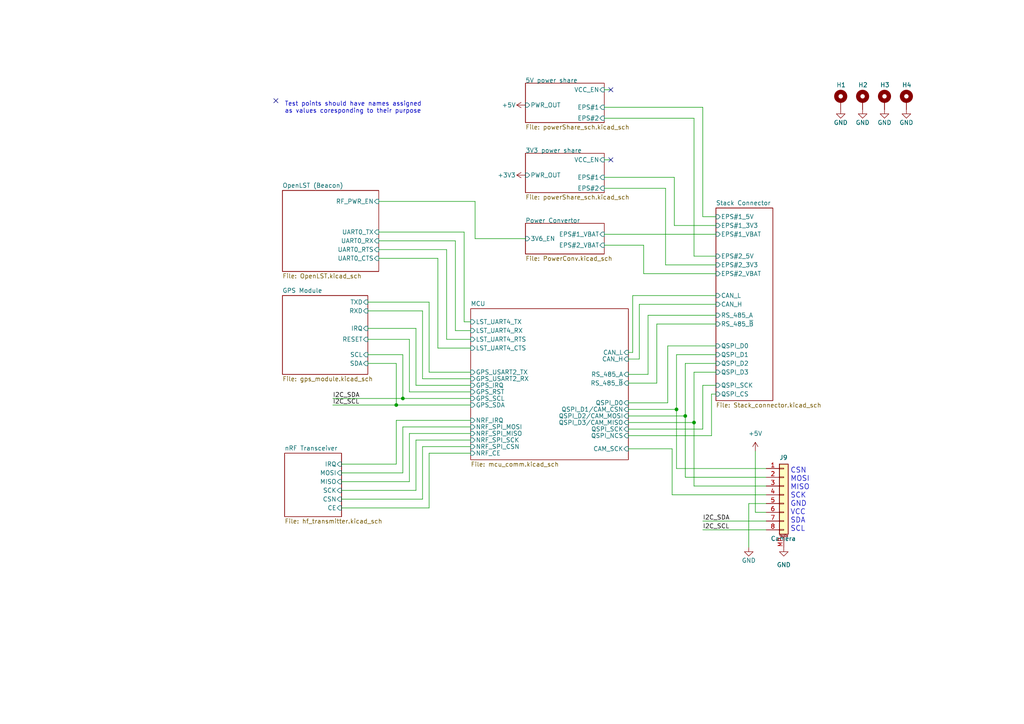
<source format=kicad_sch>
(kicad_sch (version 20211123) (generator eeschema)

  (uuid b0365847-75b4-4551-b23a-00058264c694)

  (paper "A4")

  (title_block
    (title "BUTCube - Communication Module")
    (date "2021-11-18")
    (rev "v0.2")
    (company "VUT - FIT(STRaDe) & FME(IAE & IPE)")
    (comment 1 "Author: Štěpán Rydlo")
  )

  (lib_symbols
    (symbol "Connector_Generic_MountingPin:Conn_01x08_MountingPin" (pin_names (offset 1.016) hide) (in_bom yes) (on_board yes)
      (property "Reference" "J" (id 0) (at 0 10.16 0)
        (effects (font (size 1.27 1.27)))
      )
      (property "Value" "Conn_01x08_MountingPin" (id 1) (at 1.27 -12.7 0)
        (effects (font (size 1.27 1.27)) (justify left))
      )
      (property "Footprint" "" (id 2) (at 0 0 0)
        (effects (font (size 1.27 1.27)) hide)
      )
      (property "Datasheet" "~" (id 3) (at 0 0 0)
        (effects (font (size 1.27 1.27)) hide)
      )
      (property "ki_keywords" "connector" (id 4) (at 0 0 0)
        (effects (font (size 1.27 1.27)) hide)
      )
      (property "ki_description" "Generic connectable mounting pin connector, single row, 01x08, script generated (kicad-library-utils/schlib/autogen/connector/)" (id 5) (at 0 0 0)
        (effects (font (size 1.27 1.27)) hide)
      )
      (property "ki_fp_filters" "Connector*:*_1x??-1MP*" (id 6) (at 0 0 0)
        (effects (font (size 1.27 1.27)) hide)
      )
      (symbol "Conn_01x08_MountingPin_1_1"
        (rectangle (start -1.27 -10.033) (end 0 -10.287)
          (stroke (width 0.1524) (type default) (color 0 0 0 0))
          (fill (type none))
        )
        (rectangle (start -1.27 -7.493) (end 0 -7.747)
          (stroke (width 0.1524) (type default) (color 0 0 0 0))
          (fill (type none))
        )
        (rectangle (start -1.27 -4.953) (end 0 -5.207)
          (stroke (width 0.1524) (type default) (color 0 0 0 0))
          (fill (type none))
        )
        (rectangle (start -1.27 -2.413) (end 0 -2.667)
          (stroke (width 0.1524) (type default) (color 0 0 0 0))
          (fill (type none))
        )
        (rectangle (start -1.27 0.127) (end 0 -0.127)
          (stroke (width 0.1524) (type default) (color 0 0 0 0))
          (fill (type none))
        )
        (rectangle (start -1.27 2.667) (end 0 2.413)
          (stroke (width 0.1524) (type default) (color 0 0 0 0))
          (fill (type none))
        )
        (rectangle (start -1.27 5.207) (end 0 4.953)
          (stroke (width 0.1524) (type default) (color 0 0 0 0))
          (fill (type none))
        )
        (rectangle (start -1.27 7.747) (end 0 7.493)
          (stroke (width 0.1524) (type default) (color 0 0 0 0))
          (fill (type none))
        )
        (rectangle (start -1.27 8.89) (end 1.27 -11.43)
          (stroke (width 0.254) (type default) (color 0 0 0 0))
          (fill (type background))
        )
        (polyline
          (pts
            (xy -1.016 -12.192)
            (xy 1.016 -12.192)
          )
          (stroke (width 0.1524) (type default) (color 0 0 0 0))
          (fill (type none))
        )
        (text "Mounting" (at 0 -11.811 0)
          (effects (font (size 0.381 0.381)))
        )
        (pin passive line (at -5.08 7.62 0) (length 3.81)
          (name "Pin_1" (effects (font (size 1.27 1.27))))
          (number "1" (effects (font (size 1.27 1.27))))
        )
        (pin passive line (at -5.08 5.08 0) (length 3.81)
          (name "Pin_2" (effects (font (size 1.27 1.27))))
          (number "2" (effects (font (size 1.27 1.27))))
        )
        (pin passive line (at -5.08 2.54 0) (length 3.81)
          (name "Pin_3" (effects (font (size 1.27 1.27))))
          (number "3" (effects (font (size 1.27 1.27))))
        )
        (pin passive line (at -5.08 0 0) (length 3.81)
          (name "Pin_4" (effects (font (size 1.27 1.27))))
          (number "4" (effects (font (size 1.27 1.27))))
        )
        (pin passive line (at -5.08 -2.54 0) (length 3.81)
          (name "Pin_5" (effects (font (size 1.27 1.27))))
          (number "5" (effects (font (size 1.27 1.27))))
        )
        (pin passive line (at -5.08 -5.08 0) (length 3.81)
          (name "Pin_6" (effects (font (size 1.27 1.27))))
          (number "6" (effects (font (size 1.27 1.27))))
        )
        (pin passive line (at -5.08 -7.62 0) (length 3.81)
          (name "Pin_7" (effects (font (size 1.27 1.27))))
          (number "7" (effects (font (size 1.27 1.27))))
        )
        (pin passive line (at -5.08 -10.16 0) (length 3.81)
          (name "Pin_8" (effects (font (size 1.27 1.27))))
          (number "8" (effects (font (size 1.27 1.27))))
        )
        (pin passive line (at 0 -15.24 90) (length 3.048)
          (name "MountPin" (effects (font (size 1.27 1.27))))
          (number "MP" (effects (font (size 1.27 1.27))))
        )
      )
    )
    (symbol "Mechanical:MountingHole_Pad" (pin_numbers hide) (pin_names (offset 1.016) hide) (in_bom yes) (on_board yes)
      (property "Reference" "H" (id 0) (at 0 6.35 0)
        (effects (font (size 1.27 1.27)))
      )
      (property "Value" "MountingHole_Pad" (id 1) (at 0 4.445 0)
        (effects (font (size 1.27 1.27)))
      )
      (property "Footprint" "" (id 2) (at 0 0 0)
        (effects (font (size 1.27 1.27)) hide)
      )
      (property "Datasheet" "~" (id 3) (at 0 0 0)
        (effects (font (size 1.27 1.27)) hide)
      )
      (property "ki_keywords" "mounting hole" (id 4) (at 0 0 0)
        (effects (font (size 1.27 1.27)) hide)
      )
      (property "ki_description" "Mounting Hole with connection" (id 5) (at 0 0 0)
        (effects (font (size 1.27 1.27)) hide)
      )
      (property "ki_fp_filters" "MountingHole*Pad*" (id 6) (at 0 0 0)
        (effects (font (size 1.27 1.27)) hide)
      )
      (symbol "MountingHole_Pad_0_1"
        (circle (center 0 1.27) (radius 1.27)
          (stroke (width 1.27) (type default) (color 0 0 0 0))
          (fill (type none))
        )
      )
      (symbol "MountingHole_Pad_1_1"
        (pin input line (at 0 -2.54 90) (length 2.54)
          (name "1" (effects (font (size 1.27 1.27))))
          (number "1" (effects (font (size 1.27 1.27))))
        )
      )
    )
    (symbol "power:+3V3" (power) (pin_names (offset 0)) (in_bom yes) (on_board yes)
      (property "Reference" "#PWR" (id 0) (at 0 -3.81 0)
        (effects (font (size 1.27 1.27)) hide)
      )
      (property "Value" "+3V3" (id 1) (at 0 3.556 0)
        (effects (font (size 1.27 1.27)))
      )
      (property "Footprint" "" (id 2) (at 0 0 0)
        (effects (font (size 1.27 1.27)) hide)
      )
      (property "Datasheet" "" (id 3) (at 0 0 0)
        (effects (font (size 1.27 1.27)) hide)
      )
      (property "ki_keywords" "power-flag" (id 4) (at 0 0 0)
        (effects (font (size 1.27 1.27)) hide)
      )
      (property "ki_description" "Power symbol creates a global label with name \"+3V3\"" (id 5) (at 0 0 0)
        (effects (font (size 1.27 1.27)) hide)
      )
      (symbol "+3V3_0_1"
        (polyline
          (pts
            (xy -0.762 1.27)
            (xy 0 2.54)
          )
          (stroke (width 0) (type default) (color 0 0 0 0))
          (fill (type none))
        )
        (polyline
          (pts
            (xy 0 0)
            (xy 0 2.54)
          )
          (stroke (width 0) (type default) (color 0 0 0 0))
          (fill (type none))
        )
        (polyline
          (pts
            (xy 0 2.54)
            (xy 0.762 1.27)
          )
          (stroke (width 0) (type default) (color 0 0 0 0))
          (fill (type none))
        )
      )
      (symbol "+3V3_1_1"
        (pin power_in line (at 0 0 90) (length 0) hide
          (name "+3V3" (effects (font (size 1.27 1.27))))
          (number "1" (effects (font (size 1.27 1.27))))
        )
      )
    )
    (symbol "power:+5V" (power) (pin_names (offset 0)) (in_bom yes) (on_board yes)
      (property "Reference" "#PWR" (id 0) (at 0 -3.81 0)
        (effects (font (size 1.27 1.27)) hide)
      )
      (property "Value" "+5V" (id 1) (at 0 3.556 0)
        (effects (font (size 1.27 1.27)))
      )
      (property "Footprint" "" (id 2) (at 0 0 0)
        (effects (font (size 1.27 1.27)) hide)
      )
      (property "Datasheet" "" (id 3) (at 0 0 0)
        (effects (font (size 1.27 1.27)) hide)
      )
      (property "ki_keywords" "power-flag" (id 4) (at 0 0 0)
        (effects (font (size 1.27 1.27)) hide)
      )
      (property "ki_description" "Power symbol creates a global label with name \"+5V\"" (id 5) (at 0 0 0)
        (effects (font (size 1.27 1.27)) hide)
      )
      (symbol "+5V_0_1"
        (polyline
          (pts
            (xy -0.762 1.27)
            (xy 0 2.54)
          )
          (stroke (width 0) (type default) (color 0 0 0 0))
          (fill (type none))
        )
        (polyline
          (pts
            (xy 0 0)
            (xy 0 2.54)
          )
          (stroke (width 0) (type default) (color 0 0 0 0))
          (fill (type none))
        )
        (polyline
          (pts
            (xy 0 2.54)
            (xy 0.762 1.27)
          )
          (stroke (width 0) (type default) (color 0 0 0 0))
          (fill (type none))
        )
      )
      (symbol "+5V_1_1"
        (pin power_in line (at 0 0 90) (length 0) hide
          (name "+5V" (effects (font (size 1.27 1.27))))
          (number "1" (effects (font (size 1.27 1.27))))
        )
      )
    )
    (symbol "power:GND" (power) (pin_names (offset 0)) (in_bom yes) (on_board yes)
      (property "Reference" "#PWR" (id 0) (at 0 -6.35 0)
        (effects (font (size 1.27 1.27)) hide)
      )
      (property "Value" "GND" (id 1) (at 0 -3.81 0)
        (effects (font (size 1.27 1.27)))
      )
      (property "Footprint" "" (id 2) (at 0 0 0)
        (effects (font (size 1.27 1.27)) hide)
      )
      (property "Datasheet" "" (id 3) (at 0 0 0)
        (effects (font (size 1.27 1.27)) hide)
      )
      (property "ki_keywords" "power-flag" (id 4) (at 0 0 0)
        (effects (font (size 1.27 1.27)) hide)
      )
      (property "ki_description" "Power symbol creates a global label with name \"GND\" , ground" (id 5) (at 0 0 0)
        (effects (font (size 1.27 1.27)) hide)
      )
      (symbol "GND_0_1"
        (polyline
          (pts
            (xy 0 0)
            (xy 0 -1.27)
            (xy 1.27 -1.27)
            (xy 0 -2.54)
            (xy -1.27 -1.27)
            (xy 0 -1.27)
          )
          (stroke (width 0) (type default) (color 0 0 0 0))
          (fill (type none))
        )
      )
      (symbol "GND_1_1"
        (pin power_in line (at 0 0 270) (length 0) hide
          (name "GND" (effects (font (size 1.27 1.27))))
          (number "1" (effects (font (size 1.27 1.27))))
        )
      )
    )
  )

  (junction (at 198.755 120.65) (diameter 0) (color 0 0 0 0)
    (uuid 50b17ebb-b6ff-4301-b2eb-d76b1ec1b8f3)
  )
  (junction (at 114.935 117.475) (diameter 0) (color 0 0 0 0)
    (uuid b258f332-8f02-458b-bfab-05c86bee27e1)
  )
  (junction (at 196.215 118.745) (diameter 0) (color 0 0 0 0)
    (uuid b74e41dd-f508-4a56-b652-a86b1e5bbf28)
  )
  (junction (at 116.84 115.57) (diameter 0) (color 0 0 0 0)
    (uuid b7a10ced-ba66-49fb-882a-9c57602ff4bb)
  )
  (junction (at 201.295 122.555) (diameter 0) (color 0 0 0 0)
    (uuid ee1099ba-290b-4c74-a490-0688382849b9)
  )

  (no_connect (at 177.165 26.035) (uuid 7e972abc-b5e4-472d-bdf2-6b4a037b5ed8))
  (no_connect (at 177.165 46.355) (uuid e0388f35-d78d-4cd2-8090-2431e4757c80))
  (no_connect (at 80.01 29.21) (uuid e9bcfbc0-d836-4a0d-8574-c59d32b46636))

  (wire (pts (xy 118.745 125.73) (xy 118.745 139.7))
    (stroke (width 0) (type solid) (color 0 0 0 0))
    (uuid 011a88a9-9744-4fd6-b207-a0b1d1b4813c)
  )
  (wire (pts (xy 99.06 139.7) (xy 118.745 139.7))
    (stroke (width 0) (type solid) (color 0 0 0 0))
    (uuid 011a88a9-9744-4fd6-b207-a0b1d1b4813d)
  )
  (wire (pts (xy 136.525 125.73) (xy 118.745 125.73))
    (stroke (width 0) (type solid) (color 0 0 0 0))
    (uuid 011a88a9-9744-4fd6-b207-a0b1d1b4813e)
  )
  (wire (pts (xy 106.68 102.87) (xy 116.84 102.87))
    (stroke (width 0) (type default) (color 0 0 0 0))
    (uuid 0307af29-9986-4534-a9c5-20dedce00450)
  )
  (wire (pts (xy 114.935 105.41) (xy 114.935 117.475))
    (stroke (width 0) (type solid) (color 0 0 0 0))
    (uuid 03f3e314-0df1-47ee-9322-0bf8c1f8bb78)
  )
  (wire (pts (xy 114.935 117.475) (xy 136.525 117.475))
    (stroke (width 0) (type solid) (color 0 0 0 0))
    (uuid 03f3e314-0df1-47ee-9322-0bf8c1f8bb79)
  )
  (wire (pts (xy 109.855 58.42) (xy 137.795 58.42))
    (stroke (width 0) (type solid) (color 0 0 0 0))
    (uuid 119e5295-a85a-4431-93d3-910b4d5d9b25)
  )
  (wire (pts (xy 137.795 69.215) (xy 137.795 58.42))
    (stroke (width 0) (type solid) (color 0 0 0 0))
    (uuid 119e5295-a85a-4431-93d3-910b4d5d9b26)
  )
  (wire (pts (xy 152.4 69.215) (xy 137.795 69.215))
    (stroke (width 0) (type solid) (color 0 0 0 0))
    (uuid 119e5295-a85a-4431-93d3-910b4d5d9b27)
  )
  (wire (pts (xy 183.515 85.725) (xy 183.515 102.235))
    (stroke (width 0) (type default) (color 0 0 0 0))
    (uuid 19ca5c30-51d7-407f-8f6b-5abda8df4b96)
  )
  (wire (pts (xy 207.645 114.3) (xy 206.375 114.3))
    (stroke (width 0) (type solid) (color 0 0 0 0))
    (uuid 1e51b69e-e95b-4803-8634-846cfedd19f2)
  )
  (wire (pts (xy 124.46 87.63) (xy 106.68 87.63))
    (stroke (width 0) (type solid) (color 0 0 0 0))
    (uuid 24ff1e70-fa93-4e3d-bc6c-90bd75dd4dbd)
  )
  (wire (pts (xy 124.46 107.95) (xy 124.46 87.63))
    (stroke (width 0) (type solid) (color 0 0 0 0))
    (uuid 24ff1e70-fa93-4e3d-bc6c-90bd75dd4dbe)
  )
  (wire (pts (xy 136.525 107.95) (xy 124.46 107.95))
    (stroke (width 0) (type solid) (color 0 0 0 0))
    (uuid 24ff1e70-fa93-4e3d-bc6c-90bd75dd4dbf)
  )
  (wire (pts (xy 116.84 115.57) (xy 116.84 102.87))
    (stroke (width 0) (type solid) (color 0 0 0 0))
    (uuid 27196cbf-5d81-46de-9c34-31e8240d1e26)
  )
  (wire (pts (xy 136.525 115.57) (xy 116.84 115.57))
    (stroke (width 0) (type solid) (color 0 0 0 0))
    (uuid 27196cbf-5d81-46de-9c34-31e8240d1e27)
  )
  (wire (pts (xy 109.855 69.85) (xy 132.08 69.85))
    (stroke (width 0) (type solid) (color 0 0 0 0))
    (uuid 27fefa93-155a-45a7-ba25-f32e809ec969)
  )
  (wire (pts (xy 132.08 69.85) (xy 132.08 95.885))
    (stroke (width 0) (type solid) (color 0 0 0 0))
    (uuid 27fefa93-155a-45a7-ba25-f32e809ec96a)
  )
  (wire (pts (xy 132.08 95.885) (xy 136.525 95.885))
    (stroke (width 0) (type solid) (color 0 0 0 0))
    (uuid 27fefa93-155a-45a7-ba25-f32e809ec96b)
  )
  (wire (pts (xy 222.25 148.59) (xy 219.075 148.59))
    (stroke (width 0) (type default) (color 0 0 0 0))
    (uuid 2b5ea786-4a00-46f4-ada7-c862c5013568)
  )
  (wire (pts (xy 222.25 138.43) (xy 198.755 138.43))
    (stroke (width 0) (type default) (color 0 0 0 0))
    (uuid 2bce7c2e-8a01-4225-af34-c23443cfcbf8)
  )
  (wire (pts (xy 109.855 74.93) (xy 127 74.93))
    (stroke (width 0) (type solid) (color 0 0 0 0))
    (uuid 2c4e0d6b-b9fe-43a8-bf65-f8acd4ba16f1)
  )
  (wire (pts (xy 127 74.93) (xy 127 100.965))
    (stroke (width 0) (type solid) (color 0 0 0 0))
    (uuid 2c4e0d6b-b9fe-43a8-bf65-f8acd4ba16f2)
  )
  (wire (pts (xy 127 100.965) (xy 136.525 100.965))
    (stroke (width 0) (type solid) (color 0 0 0 0))
    (uuid 2c4e0d6b-b9fe-43a8-bf65-f8acd4ba16f3)
  )
  (wire (pts (xy 114.935 121.92) (xy 136.525 121.92))
    (stroke (width 0) (type default) (color 0 0 0 0))
    (uuid 2fadf9a1-f8fa-414c-814c-1807e984bcbb)
  )
  (wire (pts (xy 182.245 118.745) (xy 196.215 118.745))
    (stroke (width 0) (type default) (color 0 0 0 0))
    (uuid 3153e937-42d1-48f4-aa7b-ab5a09b52018)
  )
  (wire (pts (xy 203.835 111.76) (xy 207.645 111.76))
    (stroke (width 0) (type solid) (color 0 0 0 0))
    (uuid 3229c0a7-4e4a-4894-9bab-8ba21756b086)
  )
  (wire (pts (xy 203.835 124.46) (xy 203.835 111.76))
    (stroke (width 0) (type solid) (color 0 0 0 0))
    (uuid 3229c0a7-4e4a-4894-9bab-8ba21756b087)
  )
  (wire (pts (xy 190.5 93.98) (xy 207.645 93.98))
    (stroke (width 0) (type solid) (color 0 0 0 0))
    (uuid 3bfdb1ac-54e7-4a65-a7ad-02d4f6f9ce72)
  )
  (wire (pts (xy 190.5 111.125) (xy 190.5 93.98))
    (stroke (width 0) (type solid) (color 0 0 0 0))
    (uuid 3bfdb1ac-54e7-4a65-a7ad-02d4f6f9ce73)
  )
  (wire (pts (xy 201.295 34.29) (xy 175.26 34.29))
    (stroke (width 0) (type solid) (color 0 0 0 0))
    (uuid 523d2adc-9f89-479e-9438-442927bda6e3)
  )
  (wire (pts (xy 201.295 74.295) (xy 201.295 34.29))
    (stroke (width 0) (type solid) (color 0 0 0 0))
    (uuid 523d2adc-9f89-479e-9438-442927bda6e4)
  )
  (wire (pts (xy 114.935 134.62) (xy 114.935 121.92))
    (stroke (width 0) (type default) (color 0 0 0 0))
    (uuid 5555ea5b-9813-4011-82a4-8d6a7a8ab58e)
  )
  (wire (pts (xy 175.26 67.945) (xy 207.645 67.945))
    (stroke (width 0) (type solid) (color 0 0 0 0))
    (uuid 596b2192-9feb-4e0d-8b3d-9cb36b6dd61f)
  )
  (wire (pts (xy 222.25 146.05) (xy 217.17 146.05))
    (stroke (width 0) (type default) (color 0 0 0 0))
    (uuid 5d4a3872-21a9-4bba-ac39-c1ebb44249e1)
  )
  (wire (pts (xy 122.555 129.54) (xy 122.555 144.78))
    (stroke (width 0) (type solid) (color 0 0 0 0))
    (uuid 5e7d2214-c754-498d-9d8e-753be2785ad3)
  )
  (wire (pts (xy 99.06 144.78) (xy 122.555 144.78))
    (stroke (width 0) (type solid) (color 0 0 0 0))
    (uuid 5e7d2214-c754-498d-9d8e-753be2785ad4)
  )
  (wire (pts (xy 136.525 129.54) (xy 122.555 129.54))
    (stroke (width 0) (type solid) (color 0 0 0 0))
    (uuid 5e7d2214-c754-498d-9d8e-753be2785ad5)
  )
  (wire (pts (xy 106.68 90.17) (xy 122.555 90.17))
    (stroke (width 0) (type solid) (color 0 0 0 0))
    (uuid 604a2be0-2ac6-4bac-8404-91b1a61925d0)
  )
  (wire (pts (xy 122.555 90.17) (xy 122.555 109.855))
    (stroke (width 0) (type solid) (color 0 0 0 0))
    (uuid 604a2be0-2ac6-4bac-8404-91b1a61925d1)
  )
  (wire (pts (xy 122.555 109.855) (xy 136.525 109.855))
    (stroke (width 0) (type solid) (color 0 0 0 0))
    (uuid 604a2be0-2ac6-4bac-8404-91b1a61925d2)
  )
  (wire (pts (xy 193.04 54.61) (xy 175.26 54.61))
    (stroke (width 0) (type solid) (color 0 0 0 0))
    (uuid 620f3ec6-899c-4c8c-a5c5-20605c7f0f44)
  )
  (wire (pts (xy 193.04 76.835) (xy 193.04 54.61))
    (stroke (width 0) (type solid) (color 0 0 0 0))
    (uuid 620f3ec6-899c-4c8c-a5c5-20605c7f0f45)
  )
  (wire (pts (xy 207.645 76.835) (xy 193.04 76.835))
    (stroke (width 0) (type solid) (color 0 0 0 0))
    (uuid 620f3ec6-899c-4c8c-a5c5-20605c7f0f46)
  )
  (wire (pts (xy 206.375 114.3) (xy 206.375 126.365))
    (stroke (width 0) (type solid) (color 0 0 0 0))
    (uuid 626db29b-b8f5-4340-8f5a-56eb4fa25e4b)
  )
  (wire (pts (xy 194.945 130.175) (xy 194.945 143.51))
    (stroke (width 0) (type default) (color 0 0 0 0))
    (uuid 634a294c-9524-4c29-a4a4-40c7ab0d9810)
  )
  (wire (pts (xy 182.245 124.46) (xy 203.835 124.46))
    (stroke (width 0) (type default) (color 0 0 0 0))
    (uuid 6607fa26-864b-4717-a706-f3bea0d53a16)
  )
  (wire (pts (xy 201.295 107.95) (xy 201.295 122.555))
    (stroke (width 0) (type solid) (color 0 0 0 0))
    (uuid 6f0729de-8866-47bf-bd4d-747c49d46fb7)
  )
  (wire (pts (xy 182.245 120.65) (xy 198.755 120.65))
    (stroke (width 0) (type default) (color 0 0 0 0))
    (uuid 7160ab2c-a11b-4dfe-bd18-0873d5ebe8ea)
  )
  (wire (pts (xy 120.65 95.25) (xy 106.68 95.25))
    (stroke (width 0) (type solid) (color 0 0 0 0))
    (uuid 729ad21a-4893-4e4a-b8e6-c312fabafa49)
  )
  (wire (pts (xy 120.65 111.76) (xy 120.65 95.25))
    (stroke (width 0) (type solid) (color 0 0 0 0))
    (uuid 729ad21a-4893-4e4a-b8e6-c312fabafa4a)
  )
  (wire (pts (xy 136.525 111.76) (xy 120.65 111.76))
    (stroke (width 0) (type solid) (color 0 0 0 0))
    (uuid 729ad21a-4893-4e4a-b8e6-c312fabafa4b)
  )
  (wire (pts (xy 198.755 138.43) (xy 198.755 120.65))
    (stroke (width 0) (type default) (color 0 0 0 0))
    (uuid 768b12c6-4a3d-4534-87ab-572271df4a49)
  )
  (wire (pts (xy 106.68 98.425) (xy 118.745 98.425))
    (stroke (width 0) (type solid) (color 0 0 0 0))
    (uuid 773b6ee7-5ff4-4dbf-a8da-ef686944ecb8)
  )
  (wire (pts (xy 118.745 98.425) (xy 118.745 113.665))
    (stroke (width 0) (type solid) (color 0 0 0 0))
    (uuid 773b6ee7-5ff4-4dbf-a8da-ef686944ecb9)
  )
  (wire (pts (xy 118.745 113.665) (xy 136.525 113.665))
    (stroke (width 0) (type solid) (color 0 0 0 0))
    (uuid 773b6ee7-5ff4-4dbf-a8da-ef686944ecba)
  )
  (wire (pts (xy 96.52 115.57) (xy 116.84 115.57))
    (stroke (width 0) (type default) (color 0 0 0 0))
    (uuid 7afa486a-0e56-4172-8f24-626e1708aeb0)
  )
  (wire (pts (xy 186.69 71.12) (xy 175.26 71.12))
    (stroke (width 0) (type solid) (color 0 0 0 0))
    (uuid 7b501068-0c00-4ddb-a558-76010e38bc7b)
  )
  (wire (pts (xy 186.69 79.375) (xy 186.69 71.12))
    (stroke (width 0) (type solid) (color 0 0 0 0))
    (uuid 7b501068-0c00-4ddb-a558-76010e38bc7c)
  )
  (wire (pts (xy 207.645 79.375) (xy 186.69 79.375))
    (stroke (width 0) (type solid) (color 0 0 0 0))
    (uuid 7b501068-0c00-4ddb-a558-76010e38bc7d)
  )
  (wire (pts (xy 99.06 142.24) (xy 120.65 142.24))
    (stroke (width 0) (type default) (color 0 0 0 0))
    (uuid 7b83276f-f462-4514-95ff-1223c1639903)
  )
  (wire (pts (xy 196.215 135.89) (xy 196.215 118.745))
    (stroke (width 0) (type default) (color 0 0 0 0))
    (uuid 7dbb5e89-4961-43cf-b5db-189a555b0886)
  )
  (wire (pts (xy 185.42 88.265) (xy 207.645 88.265))
    (stroke (width 0) (type solid) (color 0 0 0 0))
    (uuid 7f1e3549-75cf-4150-b904-bf03cd89dafc)
  )
  (wire (pts (xy 185.42 104.14) (xy 185.42 88.265))
    (stroke (width 0) (type solid) (color 0 0 0 0))
    (uuid 7f1e3549-75cf-4150-b904-bf03cd89dafd)
  )
  (wire (pts (xy 182.245 108.585) (xy 187.96 108.585))
    (stroke (width 0) (type default) (color 0 0 0 0))
    (uuid 7f7b9f75-540d-42c0-bb4c-31a32d065abb)
  )
  (wire (pts (xy 182.245 116.84) (xy 193.675 116.84))
    (stroke (width 0) (type default) (color 0 0 0 0))
    (uuid 8680339f-bb5d-417a-ac35-e5da4a9ef53c)
  )
  (wire (pts (xy 114.935 117.475) (xy 96.52 117.475))
    (stroke (width 0) (type default) (color 0 0 0 0))
    (uuid 8ed82999-bbf5-4735-9368-219af62c12cd)
  )
  (wire (pts (xy 187.96 91.44) (xy 207.645 91.44))
    (stroke (width 0) (type solid) (color 0 0 0 0))
    (uuid 9300f528-e2fb-4fa4-9f23-b694fa418e2d)
  )
  (wire (pts (xy 187.96 108.585) (xy 187.96 91.44))
    (stroke (width 0) (type solid) (color 0 0 0 0))
    (uuid 9300f528-e2fb-4fa4-9f23-b694fa418e2e)
  )
  (wire (pts (xy 217.17 146.05) (xy 217.17 158.75))
    (stroke (width 0) (type default) (color 0 0 0 0))
    (uuid 9ceff1d0-d085-4d91-8214-27915983b2bb)
  )
  (wire (pts (xy 182.245 130.175) (xy 194.945 130.175))
    (stroke (width 0) (type default) (color 0 0 0 0))
    (uuid a335a4b7-e15c-4a20-9a4f-0618266f57c2)
  )
  (wire (pts (xy 177.165 26.035) (xy 175.26 26.035))
    (stroke (width 0) (type solid) (color 0 0 0 0))
    (uuid a84e3f86-a6be-46ba-b435-83fe9ebfbe14)
  )
  (wire (pts (xy 194.945 143.51) (xy 222.25 143.51))
    (stroke (width 0) (type default) (color 0 0 0 0))
    (uuid ac190a3a-6b15-4939-91c5-9ddbc219b6bc)
  )
  (wire (pts (xy 120.65 127.635) (xy 136.525 127.635))
    (stroke (width 0) (type default) (color 0 0 0 0))
    (uuid ac677f01-af64-41d7-b6fa-28593b218a9f)
  )
  (wire (pts (xy 177.165 46.355) (xy 175.26 46.355))
    (stroke (width 0) (type solid) (color 0 0 0 0))
    (uuid ad7c2512-9a9a-4635-9511-22bf0c56aa36)
  )
  (wire (pts (xy 222.25 135.89) (xy 196.215 135.89))
    (stroke (width 0) (type default) (color 0 0 0 0))
    (uuid af870fa7-e283-4eb2-aa90-c2f181e8b09a)
  )
  (wire (pts (xy 182.245 122.555) (xy 201.295 122.555))
    (stroke (width 0) (type default) (color 0 0 0 0))
    (uuid b1cd133d-0d2c-4797-aa77-d786bb1f07ee)
  )
  (wire (pts (xy 182.245 126.365) (xy 206.375 126.365))
    (stroke (width 0) (type default) (color 0 0 0 0))
    (uuid b49308a3-e4b7-44ef-9568-7c07e7ae3b7a)
  )
  (wire (pts (xy 219.075 130.81) (xy 219.075 148.59))
    (stroke (width 0) (type default) (color 0 0 0 0))
    (uuid b5d4c71d-b741-4102-b3c3-01709a5ec798)
  )
  (wire (pts (xy 106.68 105.41) (xy 114.935 105.41))
    (stroke (width 0) (type default) (color 0 0 0 0))
    (uuid b7482f4c-5bd2-4787-9a12-5fde9bdc529a)
  )
  (wire (pts (xy 201.295 140.97) (xy 201.295 122.555))
    (stroke (width 0) (type default) (color 0 0 0 0))
    (uuid bc5a40a5-6d92-4331-9aab-428abce0a9d4)
  )
  (wire (pts (xy 196.215 102.87) (xy 196.215 118.745))
    (stroke (width 0) (type solid) (color 0 0 0 0))
    (uuid c0d704ee-7d4c-4ec6-ad40-0c8f0c4822d0)
  )
  (wire (pts (xy 129.54 72.39) (xy 109.855 72.39))
    (stroke (width 0) (type solid) (color 0 0 0 0))
    (uuid c387e3d0-716f-41bc-b8af-31cacb425d6b)
  )
  (wire (pts (xy 129.54 98.425) (xy 129.54 72.39))
    (stroke (width 0) (type solid) (color 0 0 0 0))
    (uuid c387e3d0-716f-41bc-b8af-31cacb425d6c)
  )
  (wire (pts (xy 136.525 98.425) (xy 129.54 98.425))
    (stroke (width 0) (type solid) (color 0 0 0 0))
    (uuid c387e3d0-716f-41bc-b8af-31cacb425d6d)
  )
  (wire (pts (xy 120.65 127.635) (xy 120.65 142.24))
    (stroke (width 0) (type default) (color 0 0 0 0))
    (uuid c784258b-3e4a-4a7d-9c85-881448061401)
  )
  (wire (pts (xy 203.835 62.865) (xy 207.645 62.865))
    (stroke (width 0) (type solid) (color 0 0 0 0))
    (uuid cbb34dc9-415e-4b82-b195-eaf9cab80c9c)
  )
  (wire (pts (xy 116.84 123.825) (xy 116.84 137.16))
    (stroke (width 0) (type solid) (color 0 0 0 0))
    (uuid ce79c2a4-e3da-476c-b1f0-932a2b5ffd56)
  )
  (wire (pts (xy 99.06 137.16) (xy 116.84 137.16))
    (stroke (width 0) (type solid) (color 0 0 0 0))
    (uuid ce79c2a4-e3da-476c-b1f0-932a2b5ffd57)
  )
  (wire (pts (xy 136.525 123.825) (xy 116.84 123.825))
    (stroke (width 0) (type solid) (color 0 0 0 0))
    (uuid ce79c2a4-e3da-476c-b1f0-932a2b5ffd58)
  )
  (wire (pts (xy 222.25 153.67) (xy 203.835 153.67))
    (stroke (width 0) (type default) (color 0 0 0 0))
    (uuid cfb584c7-2dfe-4051-ac82-daebd36feb4f)
  )
  (wire (pts (xy 182.245 102.235) (xy 183.515 102.235))
    (stroke (width 0) (type default) (color 0 0 0 0))
    (uuid dd9ab887-e874-4882-89da-07a6c20efd79)
  )
  (wire (pts (xy 195.58 51.435) (xy 175.26 51.435))
    (stroke (width 0) (type solid) (color 0 0 0 0))
    (uuid de0cce16-7ffe-48d0-a744-be2528b24064)
  )
  (wire (pts (xy 195.58 65.405) (xy 195.58 51.435))
    (stroke (width 0) (type solid) (color 0 0 0 0))
    (uuid de0cce16-7ffe-48d0-a744-be2528b24065)
  )
  (wire (pts (xy 207.645 65.405) (xy 195.58 65.405))
    (stroke (width 0) (type solid) (color 0 0 0 0))
    (uuid de0cce16-7ffe-48d0-a744-be2528b24066)
  )
  (wire (pts (xy 207.645 102.87) (xy 196.215 102.87))
    (stroke (width 0) (type solid) (color 0 0 0 0))
    (uuid e0481b58-2b73-4702-a5cb-5f04f5773190)
  )
  (wire (pts (xy 207.645 107.95) (xy 201.295 107.95))
    (stroke (width 0) (type solid) (color 0 0 0 0))
    (uuid e0aef600-a5d5-4558-86a6-916223e9d43a)
  )
  (wire (pts (xy 99.06 134.62) (xy 114.935 134.62))
    (stroke (width 0) (type default) (color 0 0 0 0))
    (uuid e417ce78-eb2b-4973-ac18-72890bc68cdc)
  )
  (wire (pts (xy 193.675 100.33) (xy 207.645 100.33))
    (stroke (width 0) (type solid) (color 0 0 0 0))
    (uuid e758f2be-8b19-41d0-94eb-cd21598edccc)
  )
  (wire (pts (xy 193.675 116.84) (xy 193.675 100.33))
    (stroke (width 0) (type solid) (color 0 0 0 0))
    (uuid e758f2be-8b19-41d0-94eb-cd21598edccd)
  )
  (wire (pts (xy 203.835 31.115) (xy 175.26 31.115))
    (stroke (width 0) (type solid) (color 0 0 0 0))
    (uuid e91768f6-08d5-4908-bd21-c231a3135528)
  )
  (wire (pts (xy 203.835 62.865) (xy 203.835 31.115))
    (stroke (width 0) (type solid) (color 0 0 0 0))
    (uuid e91768f6-08d5-4908-bd21-c231a3135529)
  )
  (wire (pts (xy 124.46 131.445) (xy 124.46 147.32))
    (stroke (width 0) (type solid) (color 0 0 0 0))
    (uuid ecadd32c-a6ff-4607-bcf4-bb0ee939f3f6)
  )
  (wire (pts (xy 99.06 147.32) (xy 124.46 147.32))
    (stroke (width 0) (type solid) (color 0 0 0 0))
    (uuid ecadd32c-a6ff-4607-bcf4-bb0ee939f3f7)
  )
  (wire (pts (xy 136.525 131.445) (xy 124.46 131.445))
    (stroke (width 0) (type solid) (color 0 0 0 0))
    (uuid ecadd32c-a6ff-4607-bcf4-bb0ee939f3f8)
  )
  (wire (pts (xy 201.295 74.295) (xy 207.645 74.295))
    (stroke (width 0) (type solid) (color 0 0 0 0))
    (uuid edd5ca1a-ab30-4313-9ddd-b7069f03afe0)
  )
  (wire (pts (xy 222.25 140.97) (xy 201.295 140.97))
    (stroke (width 0) (type default) (color 0 0 0 0))
    (uuid f0c38f7c-5c5a-4481-b506-21ef40ae0a13)
  )
  (wire (pts (xy 134.62 67.31) (xy 109.855 67.31))
    (stroke (width 0) (type solid) (color 0 0 0 0))
    (uuid f140d70a-40de-49b5-a8b8-ebd9531379b0)
  )
  (wire (pts (xy 134.62 93.345) (xy 134.62 67.31))
    (stroke (width 0) (type solid) (color 0 0 0 0))
    (uuid f140d70a-40de-49b5-a8b8-ebd9531379b1)
  )
  (wire (pts (xy 136.525 93.345) (xy 134.62 93.345))
    (stroke (width 0) (type solid) (color 0 0 0 0))
    (uuid f140d70a-40de-49b5-a8b8-ebd9531379b2)
  )
  (wire (pts (xy 198.755 105.41) (xy 207.645 105.41))
    (stroke (width 0) (type solid) (color 0 0 0 0))
    (uuid f2c36559-94b2-45b4-ae0e-27748f7dff8e)
  )
  (wire (pts (xy 198.755 120.65) (xy 198.755 105.41))
    (stroke (width 0) (type solid) (color 0 0 0 0))
    (uuid f2c36559-94b2-45b4-ae0e-27748f7dff8f)
  )
  (wire (pts (xy 203.835 151.13) (xy 222.25 151.13))
    (stroke (width 0) (type default) (color 0 0 0 0))
    (uuid f50e9ac5-e061-457b-9cfe-8d18fd2fd100)
  )
  (wire (pts (xy 182.245 111.125) (xy 190.5 111.125))
    (stroke (width 0) (type default) (color 0 0 0 0))
    (uuid f96395b7-7802-481a-82a4-1382daa8e45b)
  )
  (wire (pts (xy 182.245 104.14) (xy 185.42 104.14))
    (stroke (width 0) (type default) (color 0 0 0 0))
    (uuid feec861b-a0a8-426a-9539-26f3d3930030)
  )
  (wire (pts (xy 183.515 85.725) (xy 207.645 85.725))
    (stroke (width 0) (type solid) (color 0 0 0 0))
    (uuid ffa680a2-d226-43c1-a4d4-7a2d9cef0467)
  )

  (text "Test points should have names assigned\nas values coresponding to their purpose"
    (at 82.55 33.02 0)
    (effects (font (size 1.27 1.27)) (justify left bottom))
    (uuid 46c8c9fa-d5b6-4418-93a2-c36120b23bc7)
  )
  (text "CSN\nMOSI\nMISO\nSCK\nGND\nVCC\nSDA\nSCL" (at 229.235 154.305 0)
    (effects (font (size 1.5 1.5)) (justify left bottom))
    (uuid cd8b86e8-2539-437c-b0cd-b9cd2703ed1b)
  )

  (label "I2C_SCL" (at 96.52 117.475 0)
    (effects (font (size 1.27 1.27)) (justify left bottom))
    (uuid 207f2905-5ca1-4b43-8539-f4687aa1d572)
  )
  (label "I2C_SCL" (at 203.835 153.67 0)
    (effects (font (size 1.27 1.27)) (justify left bottom))
    (uuid 463704cb-501e-4230-aa5c-8c993ee7d28d)
  )
  (label "I2C_SDA" (at 96.52 115.57 0)
    (effects (font (size 1.27 1.27)) (justify left bottom))
    (uuid 5dc89024-04f8-4b2e-8172-585052f51b7e)
  )
  (label "I2C_SDA" (at 203.835 151.13 0)
    (effects (font (size 1.27 1.27)) (justify left bottom))
    (uuid 5e78fcde-3273-4b2a-8cbf-c4703169edf7)
  )

  (symbol (lib_id "power:GND") (at 256.54 31.75 0) (unit 1)
    (in_bom yes) (on_board yes) (fields_autoplaced)
    (uuid 017f429e-cd7c-406c-a4a1-7fe7736ce613)
    (property "Reference" "#PWR04" (id 0) (at 256.54 38.1 0)
      (effects (font (size 1.27 1.27)) hide)
    )
    (property "Value" "GND" (id 1) (at 256.54 35.56 0))
    (property "Footprint" "" (id 2) (at 256.54 31.75 0)
      (effects (font (size 1.27 1.27)) hide)
    )
    (property "Datasheet" "" (id 3) (at 256.54 31.75 0)
      (effects (font (size 1.27 1.27)) hide)
    )
    (pin "1" (uuid ec1b84ce-53f7-456b-9eb8-5850e06a3e20))
  )

  (symbol (lib_id "Mechanical:MountingHole_Pad") (at 243.84 29.21 0) (unit 1)
    (in_bom yes) (on_board yes)
    (uuid 0381fb4d-59d0-4589-bc53-b07b95675866)
    (property "Reference" "H1" (id 0) (at 242.57 24.6379 0)
      (effects (font (size 1.27 1.27)) (justify left))
    )
    (property "Value" "MountingHole_Pad" (id 1) (at 243.84 24.765 0)
      (effects (font (size 1.27 1.27)) hide)
    )
    (property "Footprint" "MountingHole:MountingHole_3.2mm_M3_Pad_Via" (id 2) (at 243.84 29.21 0)
      (effects (font (size 1.27 1.27)) hide)
    )
    (property "Datasheet" "~" (id 3) (at 243.84 29.21 0)
      (effects (font (size 1.27 1.27)) hide)
    )
    (pin "1" (uuid 5c65717e-0df2-486c-9e21-7f4b500dd028))
  )

  (symbol (lib_id "power:GND") (at 262.89 31.75 0) (unit 1)
    (in_bom yes) (on_board yes) (fields_autoplaced)
    (uuid 19cc25fc-16a5-4446-a630-649c943c56e7)
    (property "Reference" "#PWR05" (id 0) (at 262.89 38.1 0)
      (effects (font (size 1.27 1.27)) hide)
    )
    (property "Value" "GND" (id 1) (at 262.89 35.56 0))
    (property "Footprint" "" (id 2) (at 262.89 31.75 0)
      (effects (font (size 1.27 1.27)) hide)
    )
    (property "Datasheet" "" (id 3) (at 262.89 31.75 0)
      (effects (font (size 1.27 1.27)) hide)
    )
    (pin "1" (uuid 4a24e754-4011-4a52-956b-6fa57cc5eec2))
  )

  (symbol (lib_id "Connector_Generic_MountingPin:Conn_01x08_MountingPin") (at 227.33 143.51 0) (unit 1)
    (in_bom yes) (on_board yes)
    (uuid 4e32c2ee-2f32-4c2c-92af-317367d93871)
    (property "Reference" "J9" (id 0) (at 226.06 132.715 0)
      (effects (font (size 1.27 1.27)) (justify left))
    )
    (property "Value" "Camera" (id 1) (at 223.52 156.21 0)
      (effects (font (size 1.27 1.27)) (justify left))
    )
    (property "Footprint" "TCY_Connector:Amphenol 10114826-10108LF 1x08 Vertical" (id 2) (at 227.33 143.51 0)
      (effects (font (size 1.27 1.27)) hide)
    )
    (property "Datasheet" "~" (id 3) (at 227.33 143.51 0)
      (effects (font (size 1.27 1.27)) hide)
    )
    (pin "1" (uuid f7e04bbb-0bf0-44ff-bf32-2fb9858c6a0f))
    (pin "2" (uuid 54c29d11-5d9e-455b-b7a9-129dec59850b))
    (pin "3" (uuid 912f2e81-d0f5-49bb-94ef-6ec471ce37a3))
    (pin "4" (uuid 047a16ff-ed48-4ce5-bc74-a3251caed418))
    (pin "5" (uuid bdcdf940-938f-4038-bb7e-892d995fc67d))
    (pin "6" (uuid d6844505-8311-4592-855d-b73aba2b5e51))
    (pin "7" (uuid 19513be3-3510-472c-a28e-e464f7565a17))
    (pin "8" (uuid 48382dac-f8cf-4c59-a7fa-643aa52c6778))
    (pin "MP" (uuid b3b1d516-6128-408c-b588-eb803fc9ffc9))
  )

  (symbol (lib_id "power:GND") (at 250.19 31.75 0) (unit 1)
    (in_bom yes) (on_board yes) (fields_autoplaced)
    (uuid 58a7ed85-89c7-4edf-b1b8-05ae64bae94a)
    (property "Reference" "#PWR03" (id 0) (at 250.19 38.1 0)
      (effects (font (size 1.27 1.27)) hide)
    )
    (property "Value" "GND" (id 1) (at 250.19 35.56 0))
    (property "Footprint" "" (id 2) (at 250.19 31.75 0)
      (effects (font (size 1.27 1.27)) hide)
    )
    (property "Datasheet" "" (id 3) (at 250.19 31.75 0)
      (effects (font (size 1.27 1.27)) hide)
    )
    (pin "1" (uuid 5a1759c8-4b92-4af1-8633-d65c62e21708))
  )

  (symbol (lib_id "Mechanical:MountingHole_Pad") (at 256.54 29.21 0) (unit 1)
    (in_bom yes) (on_board yes)
    (uuid 5a09aeca-f192-4b56-9995-31939ba9dcc1)
    (property "Reference" "H3" (id 0) (at 255.27 24.6379 0)
      (effects (font (size 1.27 1.27)) (justify left))
    )
    (property "Value" "MountingHole_Pad" (id 1) (at 256.54 24.765 0)
      (effects (font (size 1.27 1.27)) hide)
    )
    (property "Footprint" "MountingHole:MountingHole_3.2mm_M3_Pad_Via" (id 2) (at 256.54 29.21 0)
      (effects (font (size 1.27 1.27)) hide)
    )
    (property "Datasheet" "~" (id 3) (at 256.54 29.21 0)
      (effects (font (size 1.27 1.27)) hide)
    )
    (pin "1" (uuid e3669a03-a521-4a43-9583-8906e7dc79f7))
  )

  (symbol (lib_id "power:GND") (at 243.84 31.75 0) (unit 1)
    (in_bom yes) (on_board yes) (fields_autoplaced)
    (uuid 5dfc83ee-ed6a-4a42-a1d1-3142b7ed0571)
    (property "Reference" "#PWR01" (id 0) (at 243.84 38.1 0)
      (effects (font (size 1.27 1.27)) hide)
    )
    (property "Value" "GND" (id 1) (at 243.84 35.56 0))
    (property "Footprint" "" (id 2) (at 243.84 31.75 0)
      (effects (font (size 1.27 1.27)) hide)
    )
    (property "Datasheet" "" (id 3) (at 243.84 31.75 0)
      (effects (font (size 1.27 1.27)) hide)
    )
    (pin "1" (uuid 83bf526a-19ac-4584-8164-932c5326c122))
  )

  (symbol (lib_id "power:+5V") (at 152.4 30.48 90) (unit 1)
    (in_bom yes) (on_board yes)
    (uuid 773a9280-c52d-431e-8da0-28faaf5b90ec)
    (property "Reference" "#PWR0140" (id 0) (at 156.21 30.48 0)
      (effects (font (size 1.27 1.27)) hide)
    )
    (property "Value" "+5V" (id 1) (at 147.574 30.48 90))
    (property "Footprint" "" (id 2) (at 152.4 30.48 0)
      (effects (font (size 1.27 1.27)) hide)
    )
    (property "Datasheet" "" (id 3) (at 152.4 30.48 0)
      (effects (font (size 1.27 1.27)) hide)
    )
    (pin "1" (uuid 47f5475a-42ec-4930-8ffb-6d1b68b7e2c0))
  )

  (symbol (lib_id "Mechanical:MountingHole_Pad") (at 250.19 29.21 0) (unit 1)
    (in_bom yes) (on_board yes)
    (uuid 7c02ee38-e45b-4ffd-9ff3-75be2519ef11)
    (property "Reference" "H2" (id 0) (at 248.92 24.6379 0)
      (effects (font (size 1.27 1.27)) (justify left))
    )
    (property "Value" "MountingHole_Pad" (id 1) (at 250.19 24.765 0)
      (effects (font (size 1.27 1.27)) hide)
    )
    (property "Footprint" "MountingHole:MountingHole_3.2mm_M3_Pad_Via" (id 2) (at 250.19 29.21 0)
      (effects (font (size 1.27 1.27)) hide)
    )
    (property "Datasheet" "~" (id 3) (at 250.19 29.21 0)
      (effects (font (size 1.27 1.27)) hide)
    )
    (pin "1" (uuid 3eb38e0b-717c-41db-bcf1-ffdb9282b265))
  )

  (symbol (lib_id "power:GND") (at 227.33 158.75 0) (unit 1)
    (in_bom yes) (on_board yes) (fields_autoplaced)
    (uuid 8b4f2097-043d-4ba9-a3df-323be5bf6ddb)
    (property "Reference" "#PWR?" (id 0) (at 227.33 165.1 0)
      (effects (font (size 1.27 1.27)) hide)
    )
    (property "Value" "GND" (id 1) (at 227.33 163.83 0))
    (property "Footprint" "" (id 2) (at 227.33 158.75 0)
      (effects (font (size 1.27 1.27)) hide)
    )
    (property "Datasheet" "" (id 3) (at 227.33 158.75 0)
      (effects (font (size 1.27 1.27)) hide)
    )
    (pin "1" (uuid 133111c8-d9a1-4821-b0f1-16d60e953e7e))
  )

  (symbol (lib_id "power:+5V") (at 219.075 130.81 0) (unit 1)
    (in_bom yes) (on_board yes) (fields_autoplaced)
    (uuid 942390d8-ba3b-4a01-bf6b-ecdb55093675)
    (property "Reference" "#PWR0200" (id 0) (at 219.075 134.62 0)
      (effects (font (size 1.27 1.27)) hide)
    )
    (property "Value" "+5V" (id 1) (at 219.075 125.73 0))
    (property "Footprint" "" (id 2) (at 219.075 130.81 0)
      (effects (font (size 1.27 1.27)) hide)
    )
    (property "Datasheet" "" (id 3) (at 219.075 130.81 0)
      (effects (font (size 1.27 1.27)) hide)
    )
    (pin "1" (uuid 8219a8b0-7d12-451d-855e-4cd93920b000))
  )

  (symbol (lib_id "power:GND") (at 217.17 158.75 0) (unit 1)
    (in_bom yes) (on_board yes)
    (uuid 9e99b517-ccc1-4e5e-a9ed-e852d85aa7eb)
    (property "Reference" "#PWR0164" (id 0) (at 217.17 165.1 0)
      (effects (font (size 1.27 1.27)) hide)
    )
    (property "Value" "GND" (id 1) (at 217.17 162.56 0))
    (property "Footprint" "" (id 2) (at 217.17 158.75 0)
      (effects (font (size 1.27 1.27)) hide)
    )
    (property "Datasheet" "" (id 3) (at 217.17 158.75 0)
      (effects (font (size 1.27 1.27)) hide)
    )
    (pin "1" (uuid acc3459e-c06c-4f71-9829-d6b2db2acaf6))
  )

  (symbol (lib_id "Mechanical:MountingHole_Pad") (at 262.89 29.21 0) (unit 1)
    (in_bom yes) (on_board yes)
    (uuid a77c42d5-c673-424c-8d14-fc4144ff5e37)
    (property "Reference" "H4" (id 0) (at 261.62 24.6379 0)
      (effects (font (size 1.27 1.27)) (justify left))
    )
    (property "Value" "MountingHole_Pad" (id 1) (at 262.89 24.765 0)
      (effects (font (size 1.27 1.27)) hide)
    )
    (property "Footprint" "MountingHole:MountingHole_3.2mm_M3_Pad_Via" (id 2) (at 262.89 29.21 0)
      (effects (font (size 1.27 1.27)) hide)
    )
    (property "Datasheet" "~" (id 3) (at 262.89 29.21 0)
      (effects (font (size 1.27 1.27)) hide)
    )
    (pin "1" (uuid fd7f5f0c-acf9-4d51-8888-bb623fbecd45))
  )

  (symbol (lib_id "power:+3V3") (at 152.4 50.8 90) (unit 1)
    (in_bom yes) (on_board yes)
    (uuid ae2ea8bd-aebb-4954-9d6b-93648cea404c)
    (property "Reference" "#PWR0145" (id 0) (at 156.21 50.8 0)
      (effects (font (size 1.27 1.27)) hide)
    )
    (property "Value" "+3V3" (id 1) (at 146.939 50.8 90))
    (property "Footprint" "" (id 2) (at 152.4 50.8 0)
      (effects (font (size 1.27 1.27)) hide)
    )
    (property "Datasheet" "" (id 3) (at 152.4 50.8 0)
      (effects (font (size 1.27 1.27)) hide)
    )
    (pin "1" (uuid 2afdf02f-261d-4746-b276-9dfdb77883c6))
  )

  (sheet (at 81.915 85.725) (size 24.765 22.86) (fields_autoplaced)
    (stroke (width 0.1524) (type solid) (color 0 0 0 0))
    (fill (color 0 0 0 0.0000))
    (uuid 135894dc-6710-4561-8073-567533e9f424)
    (property "Sheet name" "GPS Module" (id 0) (at 81.915 85.0134 0)
      (effects (font (size 1.27 1.27)) (justify left bottom))
    )
    (property "Sheet file" "gps_module.kicad_sch" (id 1) (at 81.915 109.1696 0)
      (effects (font (size 1.27 1.27)) (justify left top))
    )
    (pin "RESET" input (at 106.68 98.425 0)
      (effects (font (size 1.27 1.27)) (justify right))
      (uuid 8e12ec80-1b06-4da7-b391-8217a360d75f)
    )
    (pin "SCL" input (at 106.68 102.87 0)
      (effects (font (size 1.27 1.27)) (justify right))
      (uuid 59396293-f75d-4f4e-884d-9e3c72059d37)
    )
    (pin "SDA" input (at 106.68 105.41 0)
      (effects (font (size 1.27 1.27)) (justify right))
      (uuid 21e6adab-7980-4d17-9d73-93b9afc8aef2)
    )
    (pin "RXD" input (at 106.68 90.17 0)
      (effects (font (size 1.27 1.27)) (justify right))
      (uuid 6d6bf669-9827-43ac-a295-0405a6839992)
    )
    (pin "TXD" input (at 106.68 87.63 0)
      (effects (font (size 1.27 1.27)) (justify right))
      (uuid beaf982b-120c-4ab7-9844-776a4e12ab92)
    )
    (pin "IRQ" input (at 106.68 95.25 0)
      (effects (font (size 1.27 1.27)) (justify right))
      (uuid 3ddc9d6f-6f17-40fd-a902-0fbdba4dc6a0)
    )
  )

  (sheet (at 207.645 60.325) (size 16.51 55.88) (fields_autoplaced)
    (stroke (width 0.1524) (type solid) (color 0 0 0 0))
    (fill (color 0 0 0 0.0000))
    (uuid 3006f49f-d72b-4219-8dea-bda42cf88e84)
    (property "Sheet name" "Stack Connector" (id 0) (at 207.645 59.6134 0)
      (effects (font (size 1.27 1.27)) (justify left bottom))
    )
    (property "Sheet file" "Stack_connector.kicad_sch" (id 1) (at 207.645 116.7896 0)
      (effects (font (size 1.27 1.27)) (justify left top))
    )
    (pin "CAN_H" input (at 207.645 88.265 180)
      (effects (font (size 1.27 1.27)) (justify left))
      (uuid 40b88aca-f462-4f2f-a0bf-d01ccc8111c5)
    )
    (pin "RS_485_A" input (at 207.645 91.44 180)
      (effects (font (size 1.27 1.27)) (justify left))
      (uuid 300bdf4c-b7cf-4ea2-af04-063b3c8157a2)
    )
    (pin "EPS#1_5V" input (at 207.645 62.865 180)
      (effects (font (size 1.27 1.27)) (justify left))
      (uuid deb0a69f-01cc-40ea-bfb5-d5abe6178447)
    )
    (pin "EPS#1_3V3" input (at 207.645 65.405 180)
      (effects (font (size 1.27 1.27)) (justify left))
      (uuid 8f350fe4-cfe6-45ee-8c29-71ccfca1b82b)
    )
    (pin "CAN_L" input (at 207.645 85.725 180)
      (effects (font (size 1.27 1.27)) (justify left))
      (uuid ad3344f8-871b-4951-ae39-e2ccb0cbb099)
    )
    (pin "RS_485_~{B}" input (at 207.645 93.98 180)
      (effects (font (size 1.27 1.27)) (justify left))
      (uuid 1e054749-d55d-4fa9-92e4-fedd8b3be27f)
    )
    (pin "QSPI_SCK" input (at 207.645 111.76 180)
      (effects (font (size 1.27 1.27)) (justify left))
      (uuid cc033afd-5e7c-454e-815a-d4ca057c4abf)
    )
    (pin "EPS#2_3V3" input (at 207.645 76.835 180)
      (effects (font (size 1.27 1.27)) (justify left))
      (uuid bc57d857-eb3c-4468-833f-449ae0fb617b)
    )
    (pin "EPS#2_5V" input (at 207.645 74.295 180)
      (effects (font (size 1.27 1.27)) (justify left))
      (uuid ac8e3b83-abb2-46af-9c45-678c0ef8180d)
    )
    (pin "QSPI_CS" input (at 207.645 114.3 180)
      (effects (font (size 1.27 1.27)) (justify left))
      (uuid 80b1ce93-afff-4793-b748-45fd77f50d88)
    )
    (pin "EPS#1_VBAT" input (at 207.645 67.945 180)
      (effects (font (size 1.27 1.27)) (justify left))
      (uuid 3fbc8490-44bd-4de1-805d-ff3041c2afb2)
    )
    (pin "EPS#2_VBAT" input (at 207.645 79.375 180)
      (effects (font (size 1.27 1.27)) (justify left))
      (uuid ed767c54-7849-4181-8382-dddc22358d1f)
    )
    (pin "QSPI_D1" input (at 207.645 102.87 180)
      (effects (font (size 1.27 1.27)) (justify left))
      (uuid 26dbca21-1616-466e-944b-431f06f98ca8)
    )
    (pin "QSPI_D2" input (at 207.645 105.41 180)
      (effects (font (size 1.27 1.27)) (justify left))
      (uuid bce649f7-6e78-4e36-a9b4-c1aa849501fb)
    )
    (pin "QSPI_D3" input (at 207.645 107.95 180)
      (effects (font (size 1.27 1.27)) (justify left))
      (uuid 95616f80-6d35-4d5a-a8fd-d8bf720b07eb)
    )
    (pin "QSPI_D0" input (at 207.645 100.33 180)
      (effects (font (size 1.27 1.27)) (justify left))
      (uuid 751425fa-fe06-41dc-b08c-64794cd67b04)
    )
  )

  (sheet (at 152.4 44.45) (size 22.86 11.43)
    (stroke (width 0.1524) (type solid) (color 0 0 0 0))
    (fill (color 0 0 0 0.0000))
    (uuid 5d794243-d9db-4c8e-aa14-90dff0141470)
    (property "Sheet name" "3V3 power share" (id 0) (at 152.4 44.3734 0)
      (effects (font (size 1.27 1.27)) (justify left bottom))
    )
    (property "Sheet file" "powerShare_sch.kicad_sch" (id 1) (at 152.4 56.4646 0)
      (effects (font (size 1.27 1.27)) (justify left top))
    )
    (pin "PWR_OUT" input (at 152.4 50.8 180)
      (effects (font (size 1.27 1.27)) (justify left))
      (uuid 01423fb7-9b21-4bf4-aafd-84cc1fac7b69)
    )
    (pin "EPS#1" input (at 175.26 51.435 0)
      (effects (font (size 1.27 1.27)) (justify right))
      (uuid 43f1c930-09ef-4b61-984b-6214b455ed5c)
    )
    (pin "EPS#2" input (at 175.26 54.61 0)
      (effects (font (size 1.27 1.27)) (justify right))
      (uuid 8372af0a-f8aa-4d9a-805a-9ac843537392)
    )
    (pin "VCC_EN" input (at 175.26 46.355 0)
      (effects (font (size 1.27 1.27)) (justify right))
      (uuid 84bc959b-5a2e-4ca8-a8a3-2476b4e54637)
    )
  )

  (sheet (at 136.525 89.535) (size 45.72 43.815) (fields_autoplaced)
    (stroke (width 0.1524) (type solid) (color 0 0 0 0))
    (fill (color 0 0 0 0.0000))
    (uuid 81a5172c-b171-400d-8856-41d6e486bdd1)
    (property "Sheet name" "MCU" (id 0) (at 136.525 88.8234 0)
      (effects (font (size 1.27 1.27)) (justify left bottom))
    )
    (property "Sheet file" "mcu_comm.kicad_sch" (id 1) (at 136.525 133.9346 0)
      (effects (font (size 1.27 1.27)) (justify left top))
    )
    (pin "RS_485_A" input (at 182.245 108.585 0)
      (effects (font (size 1.27 1.27)) (justify right))
      (uuid 88cbbbca-7e08-4972-852b-097e0646cb72)
    )
    (pin "RS_485_~{B}" input (at 182.245 111.125 0)
      (effects (font (size 1.27 1.27)) (justify right))
      (uuid dba2c547-92c9-45c9-bd62-b612841c6ca5)
    )
    (pin "CAN_L" input (at 182.245 102.235 0)
      (effects (font (size 1.27 1.27)) (justify right))
      (uuid 53b369c6-d6cc-4bf3-98d0-99f954de4877)
    )
    (pin "CAN_H" input (at 182.245 104.14 0)
      (effects (font (size 1.27 1.27)) (justify right))
      (uuid 8dcf12b1-4b85-489e-9c1c-6beb2df98843)
    )
    (pin "GPS_RST" input (at 136.525 113.665 180)
      (effects (font (size 1.27 1.27)) (justify left))
      (uuid 616b79c4-c668-4766-ab9d-3cf72fd43fb5)
    )
    (pin "NRF_SPI_CSN" input (at 136.525 129.54 180)
      (effects (font (size 1.27 1.27)) (justify left))
      (uuid a2291784-7d26-4982-8185-cdb17c298b43)
    )
    (pin "NRF_SPI_MISO" input (at 136.525 125.73 180)
      (effects (font (size 1.27 1.27)) (justify left))
      (uuid a9799825-7a17-42eb-8365-27f5327673e1)
    )
    (pin "NRF_SPI_MOSI" input (at 136.525 123.825 180)
      (effects (font (size 1.27 1.27)) (justify left))
      (uuid 2adf386e-fe4e-4116-a58d-d78c02b1b5a9)
    )
    (pin "GPS_SCL" input (at 136.525 115.57 180)
      (effects (font (size 1.27 1.27)) (justify left))
      (uuid 1b077376-3f5f-47b1-9deb-c681bb330bf0)
    )
    (pin "GPS_SDA" input (at 136.525 117.475 180)
      (effects (font (size 1.27 1.27)) (justify left))
      (uuid 8df626e7-f696-422f-89e8-3f0c9d5bd8cb)
    )
    (pin "LST_UART4_RTS" input (at 136.525 98.425 180)
      (effects (font (size 1.27 1.27)) (justify left))
      (uuid 5fb553a6-0b6b-48d1-9bcd-f5ec08d7ca3d)
    )
    (pin "LST_UART4_RX" input (at 136.525 95.885 180)
      (effects (font (size 1.27 1.27)) (justify left))
      (uuid 3978eaa9-3dd0-458f-a488-160d027c4cf4)
    )
    (pin "GPS_USART2_TX" input (at 136.525 107.95 180)
      (effects (font (size 1.27 1.27)) (justify left))
      (uuid 2349252e-0d7e-40cb-b76f-694879d653a3)
    )
    (pin "GPS_USART2_RX" input (at 136.525 109.855 180)
      (effects (font (size 1.27 1.27)) (justify left))
      (uuid 9581af11-59e7-4b1d-aee6-4bab91e91e51)
    )
    (pin "LST_UART4_TX" input (at 136.525 93.345 180)
      (effects (font (size 1.27 1.27)) (justify left))
      (uuid 12175549-580a-4681-b8ca-4d2e10b61f50)
    )
    (pin "LST_UART4_CTS" input (at 136.525 100.965 180)
      (effects (font (size 1.27 1.27)) (justify left))
      (uuid ea9bbe08-ec5a-47fc-9369-eb037e5a4b5a)
    )
    (pin "NRF_CE" input (at 136.525 131.445 180)
      (effects (font (size 1.27 1.27)) (justify left))
      (uuid 2b19d4c0-c777-4823-8b7b-ae60e31bced4)
    )
    (pin "GPS_IRQ" input (at 136.525 111.76 180)
      (effects (font (size 1.27 1.27)) (justify left))
      (uuid 4ec6891a-8e98-4370-93e1-ae28b2777667)
    )
    (pin "QSPI_D2{slash}CAM_MOSI" input (at 182.245 120.65 0)
      (effects (font (size 1.27 1.27)) (justify right))
      (uuid 93609709-bfe7-49ed-beaa-b5afe0628dcc)
    )
    (pin "QSPI_D3{slash}CAM_MISO" input (at 182.245 122.555 0)
      (effects (font (size 1.27 1.27)) (justify right))
      (uuid 4b1d0ceb-b405-49b8-9413-61bbf7aa15db)
    )
    (pin "CAM_SCK" input (at 182.245 130.175 0)
      (effects (font (size 1.27 1.27)) (justify right))
      (uuid 86e4c2ba-08ce-46f6-ac1c-8aad6dc1f95d)
    )
    (pin "NRF_IRQ" input (at 136.525 121.92 180)
      (effects (font (size 1.27 1.27)) (justify left))
      (uuid d0e4f73b-1424-40c8-8a76-ec71d8acdb84)
    )
    (pin "QSPI_NCS" input (at 182.245 126.365 0)
      (effects (font (size 1.27 1.27)) (justify right))
      (uuid 96e47215-8be3-48f6-ac6f-2d53bb780ffc)
    )
    (pin "QSPI_D0" input (at 182.245 116.84 0)
      (effects (font (size 1.27 1.27)) (justify right))
      (uuid ad3104e6-bc75-4b19-8d13-586c58206597)
    )
    (pin "NRF_SPI_SCK" input (at 136.525 127.635 180)
      (effects (font (size 1.27 1.27)) (justify left))
      (uuid eec14b2e-f4ee-43c5-b973-dbc3886e831b)
    )
    (pin "QSPI_D1{slash}CAM_CSN" input (at 182.245 118.745 0)
      (effects (font (size 1.27 1.27)) (justify right))
      (uuid 838f0db6-207c-498a-bca7-4d616684e900)
    )
    (pin "QSPI_SCK" input (at 182.245 124.46 0)
      (effects (font (size 1.27 1.27)) (justify right))
      (uuid b3751700-e0d9-467c-8a9d-19749511261a)
    )
  )

  (sheet (at 81.915 55.245) (size 27.94 23.495) (fields_autoplaced)
    (stroke (width 0.1524) (type solid) (color 0 0 0 0))
    (fill (color 0 0 0 0.0000))
    (uuid 829b2795-9702-4633-a078-e2998d6d9402)
    (property "Sheet name" "OpenLST (Beacon)" (id 0) (at 81.915 54.5334 0)
      (effects (font (size 1.27 1.27)) (justify left bottom))
    )
    (property "Sheet file" "OpenLST.kicad_sch" (id 1) (at 81.915 79.3246 0)
      (effects (font (size 1.27 1.27)) (justify left top))
    )
    (pin "UART0_CTS" input (at 109.855 74.93 0)
      (effects (font (size 1.27 1.27)) (justify right))
      (uuid b2c6d181-9b69-4641-873a-19772c93aa7d)
    )
    (pin "UART0_RTS" input (at 109.855 72.39 0)
      (effects (font (size 1.27 1.27)) (justify right))
      (uuid 70e4a3a4-dfa6-45fe-bea8-63dee5906234)
    )
    (pin "UART0_RX" input (at 109.855 69.85 0)
      (effects (font (size 1.27 1.27)) (justify right))
      (uuid a685fabd-c5d2-4515-9aeb-9b89f284cd24)
    )
    (pin "UART0_TX" input (at 109.855 67.31 0)
      (effects (font (size 1.27 1.27)) (justify right))
      (uuid e017bf96-9934-47c9-babb-547995899573)
    )
    (pin "RF_PWR_EN" input (at 109.855 58.42 0)
      (effects (font (size 1.27 1.27)) (justify right))
      (uuid 0e1c8f9d-1c1e-46cb-bbbd-ca7bbfa6ba52)
    )
  )

  (sheet (at 152.4 24.13) (size 22.86 11.43)
    (stroke (width 0.1524) (type solid) (color 0 0 0 0))
    (fill (color 0 0 0 0.0000))
    (uuid a161eaab-f432-4250-8567-12738a9776f7)
    (property "Sheet name" "5V power share" (id 0) (at 152.4 24.0534 0)
      (effects (font (size 1.27 1.27)) (justify left bottom))
    )
    (property "Sheet file" "powerShare_sch.kicad_sch" (id 1) (at 152.4 36.1446 0)
      (effects (font (size 1.27 1.27)) (justify left top))
    )
    (pin "PWR_OUT" input (at 152.4 30.48 180)
      (effects (font (size 1.27 1.27)) (justify left))
      (uuid 3de61b8a-0df7-495f-97ba-36f0f7fa6d0d)
    )
    (pin "EPS#1" input (at 175.26 31.115 0)
      (effects (font (size 1.27 1.27)) (justify right))
      (uuid 9a884029-3ea1-469b-ac84-1727f3e93beb)
    )
    (pin "EPS#2" input (at 175.26 34.29 0)
      (effects (font (size 1.27 1.27)) (justify right))
      (uuid bfa37046-4b85-4cb8-b742-405a0550d4bc)
    )
    (pin "VCC_EN" input (at 175.26 26.035 0)
      (effects (font (size 1.27 1.27)) (justify right))
      (uuid 2cff9115-96e6-4f0a-a307-51d6f1cba0f2)
    )
  )

  (sheet (at 82.55 131.445) (size 16.51 18.415) (fields_autoplaced)
    (stroke (width 0.1524) (type solid) (color 0 0 0 0))
    (fill (color 0 0 0 0.0000))
    (uuid a345038c-0e2c-4410-9183-a80a047c8766)
    (property "Sheet name" "nRF Transceiver" (id 0) (at 82.55 130.7334 0)
      (effects (font (size 1.27 1.27)) (justify left bottom))
    )
    (property "Sheet file" "hf_transmitter.kicad_sch" (id 1) (at 82.55 150.4446 0)
      (effects (font (size 1.27 1.27)) (justify left top))
    )
    (pin "MOSI" input (at 99.06 137.16 0)
      (effects (font (size 1.27 1.27)) (justify right))
      (uuid f4fc0e49-8096-41f2-9019-0a113a0a0a85)
    )
    (pin "MISO" input (at 99.06 139.7 0)
      (effects (font (size 1.27 1.27)) (justify right))
      (uuid 835c5cfb-b893-4c68-a9a3-e377fe9e93e4)
    )
    (pin "SCK" input (at 99.06 142.24 0)
      (effects (font (size 1.27 1.27)) (justify right))
      (uuid 886bdf07-6351-4e38-9ff9-024f89da6235)
    )
    (pin "CE" input (at 99.06 147.32 0)
      (effects (font (size 1.27 1.27)) (justify right))
      (uuid 8a14f2dd-c967-4218-918d-ef3b4c705d37)
    )
    (pin "IRQ" input (at 99.06 134.62 0)
      (effects (font (size 1.27 1.27)) (justify right))
      (uuid b5f94b19-f8dc-4284-8f0f-7145166f50ee)
    )
    (pin "CSN" input (at 99.06 144.78 0)
      (effects (font (size 1.27 1.27)) (justify right))
      (uuid 1a3f97b3-40a7-488f-a43e-e370196df140)
    )
  )

  (sheet (at 152.4 64.77) (size 22.86 8.89)
    (stroke (width 0.1524) (type solid) (color 0 0 0 0))
    (fill (color 0 0 0 0.0000))
    (uuid d3a682e4-d5b0-4377-8f5c-e0ae4cebf08d)
    (property "Sheet name" "Power Convertor" (id 0) (at 152.4 64.6934 0)
      (effects (font (size 1.27 1.27)) (justify left bottom))
    )
    (property "Sheet file" "PowerConv.kicad_sch" (id 1) (at 152.4 74.2446 0)
      (effects (font (size 1.27 1.27)) (justify left top))
    )
    (pin "EPS#1_VBAT" input (at 175.26 67.945 0)
      (effects (font (size 1.27 1.27)) (justify right))
      (uuid cc7e4b64-239b-470e-b38a-356df02cbfb0)
    )
    (pin "EPS#2_VBAT" input (at 175.26 71.12 0)
      (effects (font (size 1.27 1.27)) (justify right))
      (uuid 28481130-5389-4ff5-b704-538c36197f71)
    )
    (pin "3V6_EN" input (at 152.4 69.215 180)
      (effects (font (size 1.27 1.27)) (justify left))
      (uuid 1fb8eb4a-c830-4c87-9c60-b7edb33cfa61)
    )
  )

  (sheet_instances
    (path "/" (page "1"))
    (path "/829b2795-9702-4633-a078-e2998d6d9402" (page "2"))
    (path "/3006f49f-d72b-4219-8dea-bda42cf88e84" (page "3"))
    (path "/135894dc-6710-4561-8073-567533e9f424" (page "4"))
    (path "/a345038c-0e2c-4410-9183-a80a047c8766" (page "5"))
    (path "/81a5172c-b171-400d-8856-41d6e486bdd1" (page "6"))
    (path "/5d794243-d9db-4c8e-aa14-90dff0141470" (page "10"))
    (path "/d3a682e4-d5b0-4377-8f5c-e0ae4cebf08d" (page "11"))
    (path "/d3a682e4-d5b0-4377-8f5c-e0ae4cebf08d/267a91a1-f60f-4e4e-a455-eed28f022043" (page "12"))
    (path "/a161eaab-f432-4250-8567-12738a9776f7" (page "13"))
  )

  (symbol_instances
    (path "/829b2795-9702-4633-a078-e2998d6d9402/b6ea891c-522e-44c5-925f-c1883c932dd0"
      (reference "#FLG01") (unit 1) (value "PWR_FLAG") (footprint "")
    )
    (path "/81a5172c-b171-400d-8856-41d6e486bdd1/fc8c7137-3061-4a32-b18d-191f7746b5b2"
      (reference "#FLG07") (unit 1) (value "PWR_FLAG") (footprint "")
    )
    (path "/81a5172c-b171-400d-8856-41d6e486bdd1/f2489571-2a7a-4aee-96e7-e4a51951cae4"
      (reference "#FLG0101") (unit 1) (value "PWR_FLAG") (footprint "")
    )
    (path "/5d794243-d9db-4c8e-aa14-90dff0141470/9e489abf-02a5-4f2c-b016-3c37c8428006"
      (reference "#FLG0102") (unit 1) (value "~") (footprint "")
    )
    (path "/81a5172c-b171-400d-8856-41d6e486bdd1/473eea80-58a2-43c1-b325-8ab1e0d6817b"
      (reference "#FLG0103") (unit 1) (value "PWR_FLAG") (footprint "")
    )
    (path "/5d794243-d9db-4c8e-aa14-90dff0141470/71b2073a-7077-427a-8045-1bf51c525599"
      (reference "#FLG0104") (unit 1) (value "PWR_FLAG") (footprint "")
    )
    (path "/5d794243-d9db-4c8e-aa14-90dff0141470/c6054f26-cf31-40c9-8cfb-713768c32b4a"
      (reference "#FLG0105") (unit 1) (value "~") (footprint "")
    )
    (path "/d3a682e4-d5b0-4377-8f5c-e0ae4cebf08d/4ee37817-841f-4d1f-84ee-43ece8213a6f"
      (reference "#FLG0106") (unit 1) (value "PWR_FLAG") (footprint "")
    )
    (path "/d3a682e4-d5b0-4377-8f5c-e0ae4cebf08d/267a91a1-f60f-4e4e-a455-eed28f022043/9e489abf-02a5-4f2c-b016-3c37c8428006"
      (reference "#FLG0107") (unit 1) (value "~") (footprint "")
    )
    (path "/d3a682e4-d5b0-4377-8f5c-e0ae4cebf08d/267a91a1-f60f-4e4e-a455-eed28f022043/71b2073a-7077-427a-8045-1bf51c525599"
      (reference "#FLG0108") (unit 1) (value "PWR_FLAG") (footprint "")
    )
    (path "/d3a682e4-d5b0-4377-8f5c-e0ae4cebf08d/267a91a1-f60f-4e4e-a455-eed28f022043/c6054f26-cf31-40c9-8cfb-713768c32b4a"
      (reference "#FLG0109") (unit 1) (value "~") (footprint "")
    )
    (path "/a161eaab-f432-4250-8567-12738a9776f7/9e489abf-02a5-4f2c-b016-3c37c8428006"
      (reference "#FLG0110") (unit 1) (value "~") (footprint "")
    )
    (path "/a161eaab-f432-4250-8567-12738a9776f7/71b2073a-7077-427a-8045-1bf51c525599"
      (reference "#FLG0111") (unit 1) (value "PWR_FLAG") (footprint "")
    )
    (path "/a161eaab-f432-4250-8567-12738a9776f7/c6054f26-cf31-40c9-8cfb-713768c32b4a"
      (reference "#FLG0112") (unit 1) (value "~") (footprint "")
    )
    (path "/829b2795-9702-4633-a078-e2998d6d9402/e735ee5a-9edd-4053-b5e9-a09c1c79b0e6"
      (reference "#FLG0113") (unit 1) (value "PWR_FLAG") (footprint "")
    )
    (path "/5dfc83ee-ed6a-4a42-a1d1-3142b7ed0571"
      (reference "#PWR01") (unit 1) (value "GND") (footprint "")
    )
    (path "/829b2795-9702-4633-a078-e2998d6d9402/4e8efcd3-f4c4-4c0a-ae08-1f07644c6943"
      (reference "#PWR02") (unit 1) (value "GND") (footprint "")
    )
    (path "/58a7ed85-89c7-4edf-b1b8-05ae64bae94a"
      (reference "#PWR03") (unit 1) (value "GND") (footprint "")
    )
    (path "/017f429e-cd7c-406c-a4a1-7fe7736ce613"
      (reference "#PWR04") (unit 1) (value "GND") (footprint "")
    )
    (path "/19cc25fc-16a5-4446-a630-649c943c56e7"
      (reference "#PWR05") (unit 1) (value "GND") (footprint "")
    )
    (path "/135894dc-6710-4561-8073-567533e9f424/2145b9b8-5c32-4d79-8adf-320558e14f80"
      (reference "#PWR012") (unit 1) (value "GND") (footprint "")
    )
    (path "/3006f49f-d72b-4219-8dea-bda42cf88e84/33321891-4989-49c4-9d4f-783e71a924db"
      (reference "#PWR096") (unit 1) (value "GND") (footprint "")
    )
    (path "/3006f49f-d72b-4219-8dea-bda42cf88e84/4eccaec0-e5a6-4b14-ad5b-878ef640942c"
      (reference "#PWR097") (unit 1) (value "GND") (footprint "")
    )
    (path "/3006f49f-d72b-4219-8dea-bda42cf88e84/50fd1489-5d05-49a2-b688-bd7294eb51c9"
      (reference "#PWR098") (unit 1) (value "GND") (footprint "")
    )
    (path "/3006f49f-d72b-4219-8dea-bda42cf88e84/19a01539-82c1-4274-9f16-40b7dbe72f98"
      (reference "#PWR099") (unit 1) (value "GND") (footprint "")
    )
    (path "/3006f49f-d72b-4219-8dea-bda42cf88e84/acdaafeb-2007-4e75-a65f-938e5632f3c5"
      (reference "#PWR0100") (unit 1) (value "GND") (footprint "")
    )
    (path "/3006f49f-d72b-4219-8dea-bda42cf88e84/4758c7ae-5320-47ee-98f7-5212f39e8ce7"
      (reference "#PWR0101") (unit 1) (value "GND") (footprint "")
    )
    (path "/3006f49f-d72b-4219-8dea-bda42cf88e84/dec30d13-ba25-4850-ad57-cc6722a9925a"
      (reference "#PWR0102") (unit 1) (value "GND") (footprint "")
    )
    (path "/3006f49f-d72b-4219-8dea-bda42cf88e84/9c764d20-65f3-4406-bd29-9894c9ffd4fe"
      (reference "#PWR0103") (unit 1) (value "GND") (footprint "")
    )
    (path "/829b2795-9702-4633-a078-e2998d6d9402/b7db36a5-0aca-4f64-9298-5bbf38fc04b3"
      (reference "#PWR0104") (unit 1) (value "GND") (footprint "")
    )
    (path "/135894dc-6710-4561-8073-567533e9f424/0df7011d-9ffd-442d-96bf-e933d0cb9865"
      (reference "#PWR0105") (unit 1) (value "GND") (footprint "")
    )
    (path "/829b2795-9702-4633-a078-e2998d6d9402/a2281d32-c23d-4aea-9d51-bfde5cc19d2f"
      (reference "#PWR0106") (unit 1) (value "+3V3") (footprint "")
    )
    (path "/829b2795-9702-4633-a078-e2998d6d9402/b7987cf5-9e3b-462d-934a-2a0f6a55fac6"
      (reference "#PWR0107") (unit 1) (value "+3V3") (footprint "")
    )
    (path "/135894dc-6710-4561-8073-567533e9f424/b42e3e51-4895-4f50-b2c8-586f6f566925"
      (reference "#PWR0108") (unit 1) (value "GND") (footprint "")
    )
    (path "/a345038c-0e2c-4410-9183-a80a047c8766/924fc6a7-3986-4a7b-8bde-ec57e11f2a9e"
      (reference "#PWR0109") (unit 1) (value "GND") (footprint "")
    )
    (path "/a345038c-0e2c-4410-9183-a80a047c8766/e8a68ba2-0298-4b32-8af1-f23966f22bb9"
      (reference "#PWR0110") (unit 1) (value "GND") (footprint "")
    )
    (path "/829b2795-9702-4633-a078-e2998d6d9402/55c0ea32-f66c-49b9-934c-56a9f57dcd49"
      (reference "#PWR0111") (unit 1) (value "+3V3") (footprint "")
    )
    (path "/829b2795-9702-4633-a078-e2998d6d9402/4bd51752-f9ac-48db-92c8-2783d7cba1c4"
      (reference "#PWR0112") (unit 1) (value "+3V3") (footprint "")
    )
    (path "/a345038c-0e2c-4410-9183-a80a047c8766/37c8d637-7fa1-4b5a-b39d-ee95b2f50031"
      (reference "#PWR0113") (unit 1) (value "GND") (footprint "")
    )
    (path "/829b2795-9702-4633-a078-e2998d6d9402/69d47189-c3dc-4efa-9634-e0d2de0a46ed"
      (reference "#PWR0114") (unit 1) (value "+3V3") (footprint "")
    )
    (path "/a345038c-0e2c-4410-9183-a80a047c8766/9edac9fc-95e3-4fbe-bc87-d1f25cc28255"
      (reference "#PWR0115") (unit 1) (value "GND") (footprint "")
    )
    (path "/81a5172c-b171-400d-8856-41d6e486bdd1/4a039799-f170-4b8b-9904-82da89c16c1c"
      (reference "#PWR0116") (unit 1) (value "GND") (footprint "")
    )
    (path "/81a5172c-b171-400d-8856-41d6e486bdd1/a9e07b7a-1d89-4682-aec0-904d496897fd"
      (reference "#PWR0117") (unit 1) (value "GND") (footprint "")
    )
    (path "/81a5172c-b171-400d-8856-41d6e486bdd1/89c9f17e-da76-40e3-9487-7b3509c300b4"
      (reference "#PWR0118") (unit 1) (value "GND") (footprint "")
    )
    (path "/81a5172c-b171-400d-8856-41d6e486bdd1/5ef7c0e1-2b25-4390-af2d-2b940ee1e5e2"
      (reference "#PWR0119") (unit 1) (value "GND") (footprint "")
    )
    (path "/81a5172c-b171-400d-8856-41d6e486bdd1/67db7f9e-eecf-478b-a98f-6b0ec2815bea"
      (reference "#PWR0120") (unit 1) (value "GND") (footprint "")
    )
    (path "/81a5172c-b171-400d-8856-41d6e486bdd1/a53256e0-b84b-4b58-9f4c-a17cf94b67ab"
      (reference "#PWR0121") (unit 1) (value "GND") (footprint "")
    )
    (path "/81a5172c-b171-400d-8856-41d6e486bdd1/bb25ca97-1f69-4eba-86a2-c6a6078e6290"
      (reference "#PWR0122") (unit 1) (value "GND") (footprint "")
    )
    (path "/81a5172c-b171-400d-8856-41d6e486bdd1/486d9dc2-94d8-4974-9ef4-ab12022fabeb"
      (reference "#PWR0123") (unit 1) (value "GND") (footprint "")
    )
    (path "/81a5172c-b171-400d-8856-41d6e486bdd1/a735bc6d-b4cc-4ef3-86a7-f6b02008df25"
      (reference "#PWR0124") (unit 1) (value "GND") (footprint "")
    )
    (path "/81a5172c-b171-400d-8856-41d6e486bdd1/155262b0-a2cb-4e09-861a-486b276a9f49"
      (reference "#PWR0125") (unit 1) (value "GND") (footprint "")
    )
    (path "/81a5172c-b171-400d-8856-41d6e486bdd1/654d2648-5b73-46d2-b3a8-f89598775795"
      (reference "#PWR0126") (unit 1) (value "GND") (footprint "")
    )
    (path "/81a5172c-b171-400d-8856-41d6e486bdd1/36166563-f02e-4648-9f7d-e084aafecde6"
      (reference "#PWR0127") (unit 1) (value "GND") (footprint "")
    )
    (path "/81a5172c-b171-400d-8856-41d6e486bdd1/19a55cc6-50db-4868-a321-95aaf9b01c90"
      (reference "#PWR0128") (unit 1) (value "GND") (footprint "")
    )
    (path "/81a5172c-b171-400d-8856-41d6e486bdd1/69369a7d-ffb0-4e15-99ae-f8f6001d5c39"
      (reference "#PWR0129") (unit 1) (value "GND") (footprint "")
    )
    (path "/81a5172c-b171-400d-8856-41d6e486bdd1/78c5aadf-0d16-4157-83ed-29f725e0ef7b"
      (reference "#PWR0130") (unit 1) (value "GND") (footprint "")
    )
    (path "/81a5172c-b171-400d-8856-41d6e486bdd1/4e13ecec-29d8-4b22-b42e-778c59967636"
      (reference "#PWR0131") (unit 1) (value "GND") (footprint "")
    )
    (path "/81a5172c-b171-400d-8856-41d6e486bdd1/acb14221-22bc-4bc7-afc9-fd3dfb149ed0"
      (reference "#PWR0132") (unit 1) (value "GND") (footprint "")
    )
    (path "/81a5172c-b171-400d-8856-41d6e486bdd1/f04cb935-a9b6-4604-aaa5-5e1c3e599696"
      (reference "#PWR0133") (unit 1) (value "GND") (footprint "")
    )
    (path "/81a5172c-b171-400d-8856-41d6e486bdd1/5155a682-4f3b-4231-9a08-7527cbda6595"
      (reference "#PWR0134") (unit 1) (value "GND") (footprint "")
    )
    (path "/81a5172c-b171-400d-8856-41d6e486bdd1/18848cf9-5014-416d-b4ae-fe503b2a93ad"
      (reference "#PWR0135") (unit 1) (value "GND") (footprint "")
    )
    (path "/135894dc-6710-4561-8073-567533e9f424/05ae919a-077d-4ffb-832c-e1f8a90810f5"
      (reference "#PWR0136") (unit 1) (value "+3V3") (footprint "")
    )
    (path "/81a5172c-b171-400d-8856-41d6e486bdd1/835e69bd-a184-48a6-b278-0ade5d03e10a"
      (reference "#PWR0137") (unit 1) (value "GND") (footprint "")
    )
    (path "/81a5172c-b171-400d-8856-41d6e486bdd1/c3b9a697-2a0e-4c05-b0b2-44c99ccd641f"
      (reference "#PWR0138") (unit 1) (value "GND") (footprint "")
    )
    (path "/81a5172c-b171-400d-8856-41d6e486bdd1/55dab14d-0236-4acf-82f2-030967996826"
      (reference "#PWR0139") (unit 1) (value "GND") (footprint "")
    )
    (path "/773a9280-c52d-431e-8da0-28faaf5b90ec"
      (reference "#PWR0140") (unit 1) (value "+5V") (footprint "")
    )
    (path "/81a5172c-b171-400d-8856-41d6e486bdd1/41e4238d-a8a2-4e95-be0f-929875a871e2"
      (reference "#PWR0141") (unit 1) (value "GND") (footprint "")
    )
    (path "/829b2795-9702-4633-a078-e2998d6d9402/a9ab2da7-8d3d-4c95-b8f9-f6429e4ca278"
      (reference "#PWR0142") (unit 1) (value "+5V") (footprint "")
    )
    (path "/a345038c-0e2c-4410-9183-a80a047c8766/9c92da89-7420-4dc0-ba14-b8fa2c2944a3"
      (reference "#PWR0143") (unit 1) (value "GND") (footprint "")
    )
    (path "/829b2795-9702-4633-a078-e2998d6d9402/3858e1be-79c9-4281-b93a-96ae96ba610e"
      (reference "#PWR0144") (unit 1) (value "+3V8") (footprint "")
    )
    (path "/ae2ea8bd-aebb-4954-9d6b-93648cea404c"
      (reference "#PWR0145") (unit 1) (value "+3V3") (footprint "")
    )
    (path "/829b2795-9702-4633-a078-e2998d6d9402/1a33722c-d1d9-4cbb-8f73-e1e9f0b84785"
      (reference "#PWR0146") (unit 1) (value "+3V3") (footprint "")
    )
    (path "/829b2795-9702-4633-a078-e2998d6d9402/15b92693-8574-4259-9d7f-2f430a99c8f2"
      (reference "#PWR0147") (unit 1) (value "+3V3") (footprint "")
    )
    (path "/829b2795-9702-4633-a078-e2998d6d9402/185dc25e-d6ce-4acc-8577-a5b4adaf9d3b"
      (reference "#PWR0148") (unit 1) (value "+3V3") (footprint "")
    )
    (path "/135894dc-6710-4561-8073-567533e9f424/d2ea0b16-bb18-468d-b2b3-f305bf0b82ca"
      (reference "#PWR0149") (unit 1) (value "GND") (footprint "")
    )
    (path "/135894dc-6710-4561-8073-567533e9f424/47fbaae5-a34c-4d0c-961b-7fcc519525cd"
      (reference "#PWR0150") (unit 1) (value "GND") (footprint "")
    )
    (path "/135894dc-6710-4561-8073-567533e9f424/093298b7-f365-4672-b9bd-53db1775a9c1"
      (reference "#PWR0151") (unit 1) (value "GND") (footprint "")
    )
    (path "/135894dc-6710-4561-8073-567533e9f424/a24613b9-960d-44de-a20f-cb6336f3df7f"
      (reference "#PWR0152") (unit 1) (value "+3V3") (footprint "")
    )
    (path "/a345038c-0e2c-4410-9183-a80a047c8766/298737ac-50ba-4463-ba8d-cf75c4ee2114"
      (reference "#PWR0153") (unit 1) (value "+3V3") (footprint "")
    )
    (path "/a345038c-0e2c-4410-9183-a80a047c8766/373d4bf4-e6a7-4c3b-8d6c-ebdcf158bea4"
      (reference "#PWR0154") (unit 1) (value "GND") (footprint "")
    )
    (path "/a345038c-0e2c-4410-9183-a80a047c8766/ddaaca7b-e77d-4459-93ec-cad88fd1e7a2"
      (reference "#PWR0155") (unit 1) (value "GND") (footprint "")
    )
    (path "/a345038c-0e2c-4410-9183-a80a047c8766/23b4f57f-8df7-4954-9d8c-31b0ee1de120"
      (reference "#PWR0156") (unit 1) (value "GND") (footprint "")
    )
    (path "/81a5172c-b171-400d-8856-41d6e486bdd1/16db8e9e-347a-44c9-836c-e75de6ddf45c"
      (reference "#PWR0157") (unit 1) (value "+3V3") (footprint "")
    )
    (path "/5d794243-d9db-4c8e-aa14-90dff0141470/53e26ade-bd9c-4446-97fa-2670d06dcf2a"
      (reference "#PWR0158") (unit 1) (value "GND") (footprint "")
    )
    (path "/5d794243-d9db-4c8e-aa14-90dff0141470/dec39de5-aafc-441f-a04c-fb269706ed95"
      (reference "#PWR0159") (unit 1) (value "GND") (footprint "")
    )
    (path "/5d794243-d9db-4c8e-aa14-90dff0141470/92aa3ac5-461e-4a43-803d-9ee73ccf5438"
      (reference "#PWR0160") (unit 1) (value "GND") (footprint "")
    )
    (path "/d3a682e4-d5b0-4377-8f5c-e0ae4cebf08d/ca1fe8b2-3797-4014-aae5-ad33d06c419a"
      (reference "#PWR0161") (unit 1) (value "GND") (footprint "")
    )
    (path "/d3a682e4-d5b0-4377-8f5c-e0ae4cebf08d/8f4ac298-3e2d-469f-beb0-704422a013c1"
      (reference "#PWR0162") (unit 1) (value "GND") (footprint "")
    )
    (path "/d3a682e4-d5b0-4377-8f5c-e0ae4cebf08d/677844b0-7849-41a7-bbb5-70a5b0428003"
      (reference "#PWR0163") (unit 1) (value "+5V") (footprint "")
    )
    (path "/9e99b517-ccc1-4e5e-a9ed-e852d85aa7eb"
      (reference "#PWR0164") (unit 1) (value "GND") (footprint "")
    )
    (path "/d3a682e4-d5b0-4377-8f5c-e0ae4cebf08d/6f4e5c80-9a62-481f-8cac-8902784bc0ee"
      (reference "#PWR0165") (unit 1) (value "GND") (footprint "")
    )
    (path "/d3a682e4-d5b0-4377-8f5c-e0ae4cebf08d/34f1d719-3b71-4151-8ccf-e8f6c48b5690"
      (reference "#PWR0166") (unit 1) (value "GND") (footprint "")
    )
    (path "/829b2795-9702-4633-a078-e2998d6d9402/4b567cb9-a26b-4136-b73b-938ffea0ef17"
      (reference "#PWR0167") (unit 1) (value "GND") (footprint "")
    )
    (path "/829b2795-9702-4633-a078-e2998d6d9402/fbd236a1-75f5-4492-b049-7ce64e29dacc"
      (reference "#PWR0168") (unit 1) (value "GND") (footprint "")
    )
    (path "/829b2795-9702-4633-a078-e2998d6d9402/21dc2b58-5094-4611-be30-5f6a962bdb41"
      (reference "#PWR0169") (unit 1) (value "GND") (footprint "")
    )
    (path "/829b2795-9702-4633-a078-e2998d6d9402/162b1b45-9d4b-4efa-b155-78dc48c6d284"
      (reference "#PWR0170") (unit 1) (value "GND") (footprint "")
    )
    (path "/829b2795-9702-4633-a078-e2998d6d9402/2ad3b5e6-2ae8-418b-89e7-511427153c53"
      (reference "#PWR0171") (unit 1) (value "GND") (footprint "")
    )
    (path "/829b2795-9702-4633-a078-e2998d6d9402/9bd1d81f-07b6-4fbe-a3cb-0cdcc8e17c5a"
      (reference "#PWR0172") (unit 1) (value "GND") (footprint "")
    )
    (path "/d3a682e4-d5b0-4377-8f5c-e0ae4cebf08d/7123825f-3c28-402e-ba4e-6a91ab86254b"
      (reference "#PWR0173") (unit 1) (value "GND") (footprint "")
    )
    (path "/829b2795-9702-4633-a078-e2998d6d9402/c7249b28-ec82-4640-8f5e-2c99cd4e3670"
      (reference "#PWR0174") (unit 1) (value "GND") (footprint "")
    )
    (path "/829b2795-9702-4633-a078-e2998d6d9402/d9ca69bf-ab32-43af-961e-8f55cfe009b7"
      (reference "#PWR0175") (unit 1) (value "GND") (footprint "")
    )
    (path "/829b2795-9702-4633-a078-e2998d6d9402/1db54eb0-7586-4bec-87b2-0473469d8809"
      (reference "#PWR0176") (unit 1) (value "GND") (footprint "")
    )
    (path "/829b2795-9702-4633-a078-e2998d6d9402/a27fa3b3-50cf-4839-9fcd-92d48439778d"
      (reference "#PWR0177") (unit 1) (value "GND") (footprint "")
    )
    (path "/829b2795-9702-4633-a078-e2998d6d9402/b1ad3e41-3665-49c3-a833-b39af3291ac4"
      (reference "#PWR0178") (unit 1) (value "GND") (footprint "")
    )
    (path "/829b2795-9702-4633-a078-e2998d6d9402/020dcb96-3024-4c85-bafa-65b1124087b3"
      (reference "#PWR0179") (unit 1) (value "GND") (footprint "")
    )
    (path "/829b2795-9702-4633-a078-e2998d6d9402/fa857657-d820-4c50-a8a1-5efecd64f9d6"
      (reference "#PWR0180") (unit 1) (value "GND") (footprint "")
    )
    (path "/829b2795-9702-4633-a078-e2998d6d9402/72c7ed47-e641-4f96-889c-e931822e0a4b"
      (reference "#PWR0181") (unit 1) (value "GND") (footprint "")
    )
    (path "/829b2795-9702-4633-a078-e2998d6d9402/2288a046-f79a-44c5-9e8f-0016a0fce0f7"
      (reference "#PWR0182") (unit 1) (value "GND") (footprint "")
    )
    (path "/829b2795-9702-4633-a078-e2998d6d9402/e06b50b9-4b8b-4479-baf6-3f043227038f"
      (reference "#PWR0183") (unit 1) (value "GND") (footprint "")
    )
    (path "/829b2795-9702-4633-a078-e2998d6d9402/5a67f17e-af8b-4a8a-9146-c202e67070ff"
      (reference "#PWR0184") (unit 1) (value "GND") (footprint "")
    )
    (path "/829b2795-9702-4633-a078-e2998d6d9402/28f9bc5c-7340-444a-af19-4fe9a74ef189"
      (reference "#PWR0185") (unit 1) (value "GND") (footprint "")
    )
    (path "/829b2795-9702-4633-a078-e2998d6d9402/3ff4efae-2a25-4061-9cc0-cd7b32b3a604"
      (reference "#PWR0186") (unit 1) (value "GND") (footprint "")
    )
    (path "/829b2795-9702-4633-a078-e2998d6d9402/94afe66b-c39e-45d4-98d8-430d010a18cf"
      (reference "#PWR0187") (unit 1) (value "GND") (footprint "")
    )
    (path "/829b2795-9702-4633-a078-e2998d6d9402/445eb26e-6284-4728-b315-6d4a05b2e932"
      (reference "#PWR0188") (unit 1) (value "GND") (footprint "")
    )
    (path "/829b2795-9702-4633-a078-e2998d6d9402/f06898de-0ddd-4bf0-bc32-9d17a76d26fd"
      (reference "#PWR0189") (unit 1) (value "GND") (footprint "")
    )
    (path "/829b2795-9702-4633-a078-e2998d6d9402/66926f1f-fb6a-4159-a469-12c5db9dbdde"
      (reference "#PWR0190") (unit 1) (value "GND") (footprint "")
    )
    (path "/829b2795-9702-4633-a078-e2998d6d9402/950401a1-22d5-4306-9a9e-0d4691e63ba9"
      (reference "#PWR0191") (unit 1) (value "GND") (footprint "")
    )
    (path "/d3a682e4-d5b0-4377-8f5c-e0ae4cebf08d/8a04a379-6896-4162-b628-ef5d6cdd7554"
      (reference "#PWR0192") (unit 1) (value "+3V8") (footprint "")
    )
    (path "/d3a682e4-d5b0-4377-8f5c-e0ae4cebf08d/267a91a1-f60f-4e4e-a455-eed28f022043/53e26ade-bd9c-4446-97fa-2670d06dcf2a"
      (reference "#PWR0193") (unit 1) (value "GND") (footprint "")
    )
    (path "/d3a682e4-d5b0-4377-8f5c-e0ae4cebf08d/267a91a1-f60f-4e4e-a455-eed28f022043/dec39de5-aafc-441f-a04c-fb269706ed95"
      (reference "#PWR0194") (unit 1) (value "GND") (footprint "")
    )
    (path "/d3a682e4-d5b0-4377-8f5c-e0ae4cebf08d/267a91a1-f60f-4e4e-a455-eed28f022043/92aa3ac5-461e-4a43-803d-9ee73ccf5438"
      (reference "#PWR0195") (unit 1) (value "GND") (footprint "")
    )
    (path "/a161eaab-f432-4250-8567-12738a9776f7/53e26ade-bd9c-4446-97fa-2670d06dcf2a"
      (reference "#PWR0196") (unit 1) (value "GND") (footprint "")
    )
    (path "/a161eaab-f432-4250-8567-12738a9776f7/dec39de5-aafc-441f-a04c-fb269706ed95"
      (reference "#PWR0197") (unit 1) (value "GND") (footprint "")
    )
    (path "/a161eaab-f432-4250-8567-12738a9776f7/92aa3ac5-461e-4a43-803d-9ee73ccf5438"
      (reference "#PWR0198") (unit 1) (value "GND") (footprint "")
    )
    (path "/829b2795-9702-4633-a078-e2998d6d9402/70f76f82-a094-4598-9f11-66ac2c652731"
      (reference "#PWR0199") (unit 1) (value "+3V8") (footprint "")
    )
    (path "/942390d8-ba3b-4a01-bf6b-ecdb55093675"
      (reference "#PWR0200") (unit 1) (value "+5V") (footprint "")
    )
    (path "/d3a682e4-d5b0-4377-8f5c-e0ae4cebf08d/8090ea97-1701-4fa2-8489-1e5d55f37979"
      (reference "#PWR0201") (unit 1) (value "GND") (footprint "")
    )
    (path "/d3a682e4-d5b0-4377-8f5c-e0ae4cebf08d/3572fb0b-e45d-4a73-86c8-e7d6d84acf59"
      (reference "#PWR0202") (unit 1) (value "GND") (footprint "")
    )
    (path "/d3a682e4-d5b0-4377-8f5c-e0ae4cebf08d/2f42fbc3-0a3f-4143-8310-6830e14efa15"
      (reference "#PWR0203") (unit 1) (value "GND") (footprint "")
    )
    (path "/d3a682e4-d5b0-4377-8f5c-e0ae4cebf08d/bf1ec657-875c-4da8-8e1a-b1b5d88c9a5b"
      (reference "#PWR0204") (unit 1) (value "+5V") (footprint "")
    )
    (path "/d3a682e4-d5b0-4377-8f5c-e0ae4cebf08d/971a7413-4dd0-4801-85f7-dc1f425c3f32"
      (reference "#PWR0205") (unit 1) (value "GND") (footprint "")
    )
    (path "/8b4f2097-043d-4ba9-a3df-323be5bf6ddb"
      (reference "#PWR?") (unit 1) (value "GND") (footprint "")
    )
    (path "/829b2795-9702-4633-a078-e2998d6d9402/00000000-0000-0000-0000-00005b2b1b62"
      (reference "C1") (unit 1) (value "0.1u") (footprint "Capacitor_SMD:C_0603_1608Metric")
    )
    (path "/829b2795-9702-4633-a078-e2998d6d9402/00000000-0000-0000-0000-00005b2b36a5"
      (reference "C2") (unit 1) (value "220p") (footprint "Capacitor_SMD:C_0603_1608Metric")
    )
    (path "/829b2795-9702-4633-a078-e2998d6d9402/00000000-0000-0000-0000-00005b2b4f44"
      (reference "C3") (unit 1) (value "0.1u") (footprint "Capacitor_SMD:C_0603_1608Metric")
    )
    (path "/a345038c-0e2c-4410-9183-a80a047c8766/c8d3ef96-508e-40cc-8329-0815292fcf9b"
      (reference "C4") (unit 1) (value "10nF") (footprint "Capacitor_SMD:C_0603_1608Metric")
    )
    (path "/829b2795-9702-4633-a078-e2998d6d9402/00000000-0000-0000-0000-00005b2b4c99"
      (reference "C5") (unit 1) (value "0.1u") (footprint "Capacitor_SMD:C_0603_1608Metric")
    )
    (path "/829b2795-9702-4633-a078-e2998d6d9402/00000000-0000-0000-0000-00005b3494c5"
      (reference "C6") (unit 1) (value "0.1u") (footprint "Capacitor_SMD:C_0603_1608Metric")
    )
    (path "/829b2795-9702-4633-a078-e2998d6d9402/00000000-0000-0000-0000-00005b2b4012"
      (reference "C7") (unit 1) (value "220p") (footprint "Capacitor_SMD:C_0603_1608Metric")
    )
    (path "/829b2795-9702-4633-a078-e2998d6d9402/00000000-0000-0000-0000-00005b34c3a7"
      (reference "C8") (unit 1) (value "0.1u") (footprint "Capacitor_SMD:C_0603_1608Metric")
    )
    (path "/829b2795-9702-4633-a078-e2998d6d9402/00000000-0000-0000-0000-00005b2b901c"
      (reference "C9") (unit 1) (value "1u") (footprint "Capacitor_SMD:C_0603_1608Metric")
    )
    (path "/829b2795-9702-4633-a078-e2998d6d9402/00000000-0000-0000-0000-00005b2b22e7"
      (reference "C10") (unit 1) (value "0.1u") (footprint "Capacitor_SMD:C_0603_1608Metric")
    )
    (path "/a345038c-0e2c-4410-9183-a80a047c8766/298fd758-a3f9-4d0d-bc34-367dfee91028"
      (reference "C11") (unit 1) (value "1nF") (footprint "Capacitor_SMD:C_0603_1608Metric")
    )
    (path "/a345038c-0e2c-4410-9183-a80a047c8766/bb177fc1-6d22-4a12-abcd-05affc45cc16"
      (reference "C12") (unit 1) (value "33nF") (footprint "Capacitor_SMD:C_0603_1608Metric")
    )
    (path "/a345038c-0e2c-4410-9183-a80a047c8766/f3bbe401-051b-4e0e-a07e-a07fc31f4ead"
      (reference "C13") (unit 1) (value "2.2nF") (footprint "Capacitor_SMD:C_0603_1608Metric")
    )
    (path "/a345038c-0e2c-4410-9183-a80a047c8766/6dc1769c-74e5-433b-a2da-9bf999129d35"
      (reference "C14") (unit 1) (value "4,7nF") (footprint "Capacitor_SMD:C_0603_1608Metric")
    )
    (path "/a345038c-0e2c-4410-9183-a80a047c8766/81ca90a2-dd03-4ed7-9e61-ad3743e1d3d0"
      (reference "C15") (unit 1) (value "22pF") (footprint "Capacitor_SMD:C_0603_1608Metric")
    )
    (path "/a345038c-0e2c-4410-9183-a80a047c8766/453503ad-c23c-473b-8db1-ed8d2ddae525"
      (reference "C16") (unit 1) (value "22pF") (footprint "Capacitor_SMD:C_0603_1608Metric")
    )
    (path "/a345038c-0e2c-4410-9183-a80a047c8766/33bb9f2b-86f9-4e29-ac54-b6836ea3d937"
      (reference "C17") (unit 1) (value "1,5pF") (footprint "Capacitor_SMD:C_0603_1608Metric")
    )
    (path "/81a5172c-b171-400d-8856-41d6e486bdd1/de47da3a-ecad-4d37-aef8-28c9fa58b0ea"
      (reference "C18") (unit 1) (value "4,7uF") (footprint "Capacitor_SMD:C_0805_2012Metric_Pad1.18x1.45mm_HandSolder")
    )
    (path "/829b2795-9702-4633-a078-e2998d6d9402/00000000-0000-0000-0000-00005a9a1fdb"
      (reference "C19") (unit 1) (value "1n") (footprint "Capacitor_SMD:C_0603_1608Metric")
    )
    (path "/5d794243-d9db-4c8e-aa14-90dff0141470/3ae5819c-1841-4d9f-b404-6f1058ae3a5f"
      (reference "C20") (unit 1) (value "100nF") (footprint "Capacitor_SMD:C_0603_1608Metric")
    )
    (path "/829b2795-9702-4633-a078-e2998d6d9402/00000000-0000-0000-0000-00005a9a1fd7"
      (reference "C21") (unit 1) (value "220p") (footprint "Capacitor_SMD:C_0603_1608Metric")
    )
    (path "/829b2795-9702-4633-a078-e2998d6d9402/00000000-0000-0000-0000-00005a9a1fd0"
      (reference "C22") (unit 1) (value "1n") (footprint "Capacitor_SMD:C_0603_1608Metric")
    )
    (path "/829b2795-9702-4633-a078-e2998d6d9402/00000000-0000-0000-0000-00005a9a1fd8"
      (reference "C23") (unit 1) (value "3.9p") (footprint "Capacitor_SMD:C_0603_1608Metric")
    )
    (path "/829b2795-9702-4633-a078-e2998d6d9402/00000000-0000-0000-0000-00005a9a1fd5"
      (reference "C24") (unit 1) (value "3.9p") (footprint "Capacitor_SMD:C_0603_1608Metric")
    )
    (path "/829b2795-9702-4633-a078-e2998d6d9402/00000000-0000-0000-0000-00005a9a1fd3"
      (reference "C25") (unit 1) (value "220p") (footprint "Capacitor_SMD:C_0603_1608Metric")
    )
    (path "/829b2795-9702-4633-a078-e2998d6d9402/00000000-0000-0000-0000-00005b262592"
      (reference "C26") (unit 1) (value "0.1u") (footprint "Capacitor_SMD:C_0603_1608Metric")
    )
    (path "/829b2795-9702-4633-a078-e2998d6d9402/00000000-0000-0000-0000-00005b28ced5"
      (reference "C27") (unit 1) (value "0.1u") (footprint "Capacitor_SMD:C_0603_1608Metric")
    )
    (path "/a345038c-0e2c-4410-9183-a80a047c8766/436e384f-ede5-4471-b6e8-6508bdf27237"
      (reference "C28") (unit 1) (value "1,0pF") (footprint "Capacitor_SMD:C_0603_1608Metric")
    )
    (path "/81a5172c-b171-400d-8856-41d6e486bdd1/0a99cbcd-83ea-4103-bd11-d6ce7bfaebdc"
      (reference "C29") (unit 1) (value "100nF") (footprint "Capacitor_SMD:C_0603_1608Metric")
    )
    (path "/81a5172c-b171-400d-8856-41d6e486bdd1/4889f99a-4b98-4c73-be7f-b4944ea31c48"
      (reference "C30") (unit 1) (value "100nF") (footprint "Capacitor_SMD:C_0603_1608Metric")
    )
    (path "/829b2795-9702-4633-a078-e2998d6d9402/00000000-0000-0000-0000-00005b27749b"
      (reference "C31") (unit 1) (value "0.1u") (footprint "Capacitor_SMD:C_0603_1608Metric")
    )
    (path "/81a5172c-b171-400d-8856-41d6e486bdd1/d7567b7e-2767-4130-aa12-f1cd1521ca26"
      (reference "C32") (unit 1) (value "100nF") (footprint "Capacitor_SMD:C_0603_1608Metric")
    )
    (path "/81a5172c-b171-400d-8856-41d6e486bdd1/26294134-500d-4295-aa44-4c4d57b97a40"
      (reference "C33") (unit 1) (value "100nF") (footprint "Capacitor_SMD:C_0603_1608Metric")
    )
    (path "/81a5172c-b171-400d-8856-41d6e486bdd1/3e3457f7-46ac-4923-8d82-6d22690ca098"
      (reference "C34") (unit 1) (value "100nF") (footprint "Capacitor_SMD:C_0603_1608Metric")
    )
    (path "/5d794243-d9db-4c8e-aa14-90dff0141470/e0e8a56c-3d12-4e7d-a385-ce2224df7688"
      (reference "C35") (unit 1) (value "47nF") (footprint "Capacitor_SMD:C_0603_1608Metric")
    )
    (path "/81a5172c-b171-400d-8856-41d6e486bdd1/42e2ba02-16a6-4663-8482-5ff94bc37506"
      (reference "C36") (unit 1) (value "100nF") (footprint "Capacitor_SMD:C_0603_1608Metric")
    )
    (path "/81a5172c-b171-400d-8856-41d6e486bdd1/3988f22a-f384-495b-911c-f243c9342735"
      (reference "C37") (unit 1) (value "10nF") (footprint "Capacitor_SMD:C_0603_1608Metric")
    )
    (path "/829b2795-9702-4633-a078-e2998d6d9402/00000000-0000-0000-0000-00005b261679"
      (reference "C38") (unit 1) (value "220p") (footprint "Capacitor_SMD:C_0603_1608Metric")
    )
    (path "/829b2795-9702-4633-a078-e2998d6d9402/00000000-0000-0000-0000-00005b261795"
      (reference "C39") (unit 1) (value "220p") (footprint "Capacitor_SMD:C_0603_1608Metric")
    )
    (path "/81a5172c-b171-400d-8856-41d6e486bdd1/6203877a-ab61-4175-ba52-b58c2776bb0a"
      (reference "C40") (unit 1) (value "4,7uF") (footprint "Capacitor_SMD:C_0805_2012Metric_Pad1.18x1.45mm_HandSolder")
    )
    (path "/81a5172c-b171-400d-8856-41d6e486bdd1/b296efa0-b2bd-40b9-ba2e-7883a3b125e7"
      (reference "C41") (unit 1) (value "4.7nF") (footprint "Capacitor_SMD:C_0603_1608Metric")
    )
    (path "/135894dc-6710-4561-8073-567533e9f424/655466dc-74d7-441f-9065-6d91cf0cdfd5"
      (reference "C42") (unit 1) (value "0,1uF") (footprint "Capacitor_SMD:C_0603_1608Metric")
    )
    (path "/135894dc-6710-4561-8073-567533e9f424/43cf697c-d158-4d4f-bde0-259d5adf1417"
      (reference "C43") (unit 1) (value "33pF") (footprint "Capacitor_SMD:C_0603_1608Metric")
    )
    (path "/829b2795-9702-4633-a078-e2998d6d9402/00000000-0000-0000-0000-00005a9a1fb7"
      (reference "C44") (unit 1) (value "1u") (footprint "Capacitor_SMD:C_0805_2012Metric_Pad1.18x1.45mm_HandSolder")
    )
    (path "/829b2795-9702-4633-a078-e2998d6d9402/00000000-0000-0000-0000-00005a9a1fb6"
      (reference "C45") (unit 1) (value "220p") (footprint "Capacitor_SMD:C_0603_1608Metric")
    )
    (path "/829b2795-9702-4633-a078-e2998d6d9402/00000000-0000-0000-0000-00005b24d061"
      (reference "C46") (unit 1) (value "1u") (footprint "Capacitor_SMD:C_0805_2012Metric_Pad1.18x1.45mm_HandSolder")
    )
    (path "/829b2795-9702-4633-a078-e2998d6d9402/00000000-0000-0000-0000-00005b30d1ac"
      (reference "C47") (unit 1) (value "1u") (footprint "Capacitor_SMD:C_0805_2012Metric_Pad1.18x1.45mm_HandSolder")
    )
    (path "/135894dc-6710-4561-8073-567533e9f424/8a28a6ce-bb4d-413a-85cb-87c474e0efa6"
      (reference "C48") (unit 1) (value "33pF") (footprint "Capacitor_SMD:C_0603_1608Metric")
    )
    (path "/5d794243-d9db-4c8e-aa14-90dff0141470/79928b8a-8bc5-48fe-8c09-b41a51726282"
      (reference "C49") (unit 1) (value "47nF") (footprint "Capacitor_SMD:C_0603_1608Metric")
    )
    (path "/5d794243-d9db-4c8e-aa14-90dff0141470/1a676e0a-4012-4c1c-9ef1-562c2faae053"
      (reference "C50") (unit 1) (value "123nF") (footprint "Capacitor_SMD:C_0603_1608Metric")
    )
    (path "/d3a682e4-d5b0-4377-8f5c-e0ae4cebf08d/1264a417-0675-47bb-a8af-7a9154520548"
      (reference "C51") (unit 1) (value "4.7uF") (footprint "Capacitor_SMD:C_0805_2012Metric_Pad1.18x1.45mm_HandSolder")
    )
    (path "/d3a682e4-d5b0-4377-8f5c-e0ae4cebf08d/f36e05eb-4ef3-4f8d-a39c-69449c795d5c"
      (reference "C52") (unit 1) (value "12pF") (footprint "Capacitor_SMD:C_0603_1608Metric")
    )
    (path "/d3a682e4-d5b0-4377-8f5c-e0ae4cebf08d/79cedc0c-d00c-414a-89d8-69c0b73d0b4c"
      (reference "C53") (unit 1) (value "680pF") (footprint "Capacitor_SMD:C_0603_1608Metric")
    )
    (path "/d3a682e4-d5b0-4377-8f5c-e0ae4cebf08d/8c6877cd-c50f-4fad-b389-3d2a96d5f25c"
      (reference "C54") (unit 1) (value "47pF") (footprint "Capacitor_SMD:C_0603_1608Metric")
    )
    (path "/d3a682e4-d5b0-4377-8f5c-e0ae4cebf08d/8949f72d-9605-4b9f-aae4-6cec1bdb1e73"
      (reference "C55") (unit 1) (value "100uF") (footprint "Capacitor_SMD:C_1210_3225Metric_Pad1.33x2.70mm_HandSolder")
    )
    (path "/d3a682e4-d5b0-4377-8f5c-e0ae4cebf08d/267a91a1-f60f-4e4e-a455-eed28f022043/3ae5819c-1841-4d9f-b404-6f1058ae3a5f"
      (reference "C56") (unit 1) (value "100nF") (footprint "Capacitor_SMD:C_0603_1608Metric")
    )
    (path "/d3a682e4-d5b0-4377-8f5c-e0ae4cebf08d/267a91a1-f60f-4e4e-a455-eed28f022043/e0e8a56c-3d12-4e7d-a385-ce2224df7688"
      (reference "C57") (unit 1) (value "47nF") (footprint "Capacitor_SMD:C_0603_1608Metric")
    )
    (path "/81a5172c-b171-400d-8856-41d6e486bdd1/b6610619-651e-4a43-917e-e2a7df561b2f"
      (reference "C58") (unit 1) (value "100nF") (footprint "Capacitor_SMD:C_0603_1608Metric")
    )
    (path "/81a5172c-b171-400d-8856-41d6e486bdd1/9b9d9383-8f48-4522-8d3d-12759b6370e7"
      (reference "C59") (unit 1) (value "100nF") (footprint "Capacitor_SMD:C_0603_1608Metric")
    )
    (path "/d3a682e4-d5b0-4377-8f5c-e0ae4cebf08d/267a91a1-f60f-4e4e-a455-eed28f022043/79928b8a-8bc5-48fe-8c09-b41a51726282"
      (reference "C60") (unit 1) (value "47nF") (footprint "Capacitor_SMD:C_0603_1608Metric")
    )
    (path "/d3a682e4-d5b0-4377-8f5c-e0ae4cebf08d/267a91a1-f60f-4e4e-a455-eed28f022043/1a676e0a-4012-4c1c-9ef1-562c2faae053"
      (reference "C61") (unit 1) (value "123nF") (footprint "Capacitor_SMD:C_0603_1608Metric")
    )
    (path "/a161eaab-f432-4250-8567-12738a9776f7/3ae5819c-1841-4d9f-b404-6f1058ae3a5f"
      (reference "C62") (unit 1) (value "100nF") (footprint "Capacitor_SMD:C_0603_1608Metric")
    )
    (path "/a161eaab-f432-4250-8567-12738a9776f7/e0e8a56c-3d12-4e7d-a385-ce2224df7688"
      (reference "C63") (unit 1) (value "47nF") (footprint "Capacitor_SMD:C_0603_1608Metric")
    )
    (path "/a161eaab-f432-4250-8567-12738a9776f7/79928b8a-8bc5-48fe-8c09-b41a51726282"
      (reference "C64") (unit 1) (value "47nF") (footprint "Capacitor_SMD:C_0603_1608Metric")
    )
    (path "/a161eaab-f432-4250-8567-12738a9776f7/1a676e0a-4012-4c1c-9ef1-562c2faae053"
      (reference "C65") (unit 1) (value "123nF") (footprint "Capacitor_SMD:C_0603_1608Metric")
    )
    (path "/829b2795-9702-4633-a078-e2998d6d9402/c23f3253-abd3-432a-9c4b-dd6f45c590ee"
      (reference "C66") (unit 1) (value "10uF") (footprint "Capacitor_SMD:C_0805_2012Metric_Pad1.18x1.45mm_HandSolder")
    )
    (path "/829b2795-9702-4633-a078-e2998d6d9402/0ffd33f4-d6ee-46b8-b43d-24d01239208c"
      (reference "C67") (unit 1) (value "10uF") (footprint "Capacitor_SMD:C_0805_2012Metric_Pad1.18x1.45mm_HandSolder")
    )
    (path "/135894dc-6710-4561-8073-567533e9f424/585f7144-38ab-4ce6-a31c-2d2c8507e5dc"
      (reference "C68") (unit 1) (value "47pF") (footprint "Capacitor_SMD:C_0603_1608Metric")
    )
    (path "/d3a682e4-d5b0-4377-8f5c-e0ae4cebf08d/a829eb41-869e-4e1d-87e8-cc796fe24b75"
      (reference "C69") (unit 1) (value "47uF") (footprint "Capacitor_SMD:C_1210_3225Metric_Pad1.33x2.70mm_HandSolder")
    )
    (path "/d3a682e4-d5b0-4377-8f5c-e0ae4cebf08d/15644880-24f0-49ea-b8f6-32536db5cc73"
      (reference "C70") (unit 1) (value "4.7uF") (footprint "Capacitor_SMD:C_0805_2012Metric_Pad1.18x1.45mm_HandSolder")
    )
    (path "/829b2795-9702-4633-a078-e2998d6d9402/7bdec804-0e83-4627-9453-3d96233508c0"
      (reference "D1") (unit 1) (value "~") (footprint "LED_SMD:LED_0603_1608Metric_Pad1.05x0.95mm_HandSolder")
    )
    (path "/829b2795-9702-4633-a078-e2998d6d9402/b7d2b829-3009-476f-96e9-3df56bb8a19c"
      (reference "D2") (unit 1) (value "LED") (footprint "LED_SMD:LED_0603_1608Metric_Pad1.05x0.95mm_HandSolder")
    )
    (path "/81a5172c-b171-400d-8856-41d6e486bdd1/ba3e63b5-539a-4000-9297-90d6fd374968"
      (reference "D3") (unit 1) (value "RED") (footprint "LED_SMD:LED_0603_1608Metric_Pad1.05x0.95mm_HandSolder")
    )
    (path "/81a5172c-b171-400d-8856-41d6e486bdd1/7ab4fa18-d4d1-42cc-bc4e-a4a32a383761"
      (reference "D4") (unit 1) (value "BLUE") (footprint "LED_SMD:LED_0603_1608Metric_Pad1.05x0.95mm_HandSolder")
    )
    (path "/81a5172c-b171-400d-8856-41d6e486bdd1/f34d59b0-152b-4303-8cb1-4d7f7f909edf"
      (reference "D5") (unit 1) (value "NUP2105L") (footprint "Package_TO_SOT_SMD:SOT-23")
    )
    (path "/5d794243-d9db-4c8e-aa14-90dff0141470/cdfa9e5f-661f-4cfc-ac79-74c1592e7e47"
      (reference "D6") (unit 1) (value "LED") (footprint "LED_SMD:LED_0603_1608Metric_Pad1.05x0.95mm_HandSolder")
    )
    (path "/d3a682e4-d5b0-4377-8f5c-e0ae4cebf08d/267a91a1-f60f-4e4e-a455-eed28f022043/cdfa9e5f-661f-4cfc-ac79-74c1592e7e47"
      (reference "D7") (unit 1) (value "LED") (footprint "LED_SMD:LED_0603_1608Metric_Pad1.05x0.95mm_HandSolder")
    )
    (path "/a161eaab-f432-4250-8567-12738a9776f7/cdfa9e5f-661f-4cfc-ac79-74c1592e7e47"
      (reference "D8") (unit 1) (value "LED") (footprint "LED_SMD:LED_0603_1608Metric_Pad1.05x0.95mm_HandSolder")
    )
    (path "/81a5172c-b171-400d-8856-41d6e486bdd1/70b8f111-aa50-448c-98cf-b81ba8905bad"
      (reference "D9") (unit 1) (value "RED") (footprint "LED_SMD:LED_0603_1608Metric_Pad1.05x0.95mm_HandSolder")
    )
    (path "/81a5172c-b171-400d-8856-41d6e486bdd1/4310161a-51a5-4dfc-955b-0bc3e3b5f523"
      (reference "F1") (unit 1) (value "0.5A") (footprint "Fuse:Fuse_0805_2012Metric")
    )
    (path "/829b2795-9702-4633-a078-e2998d6d9402/530398ed-d9e2-4eff-8b8b-e314d32e0a14"
      (reference "FB1") (unit 1) (value "Z=1k @ 100M") (footprint "Inductor_SMD:L_0603_1608Metric_Pad1.05x0.95mm_HandSolder")
    )
    (path "/829b2795-9702-4633-a078-e2998d6d9402/aff0e920-445d-44af-a89f-4802df5ed086"
      (reference "FB2") (unit 1) (value "Z=1k @ 100M") (footprint "Inductor_SMD:L_0603_1608Metric_Pad1.05x0.95mm_HandSolder")
    )
    (path "/0381fb4d-59d0-4589-bc53-b07b95675866"
      (reference "H1") (unit 1) (value "MountingHole_Pad") (footprint "MountingHole:MountingHole_3.2mm_M3_Pad_Via")
    )
    (path "/7c02ee38-e45b-4ffd-9ff3-75be2519ef11"
      (reference "H2") (unit 1) (value "MountingHole_Pad") (footprint "MountingHole:MountingHole_3.2mm_M3_Pad_Via")
    )
    (path "/5a09aeca-f192-4b56-9995-31939ba9dcc1"
      (reference "H3") (unit 1) (value "MountingHole_Pad") (footprint "MountingHole:MountingHole_3.2mm_M3_Pad_Via")
    )
    (path "/a77c42d5-c673-424c-8d14-fc4144ff5e37"
      (reference "H4") (unit 1) (value "MountingHole_Pad") (footprint "MountingHole:MountingHole_3.2mm_M3_Pad_Via")
    )
    (path "/135894dc-6710-4561-8073-567533e9f424/439f32fb-fdd3-42c4-9953-113a7abc87da"
      (reference "J1") (unit 1) (value "iPEX_Coaxial") (footprint "footprints:iPEX")
    )
    (path "/829b2795-9702-4633-a078-e2998d6d9402/65c5fc30-454b-477e-8ffa-9091892615e2"
      (reference "J2") (unit 1) (value "Conn_02x05_Odd_Even") (footprint "Connector_PinHeader_2.54mm:PinHeader_2x05_P2.54mm_Vertical")
    )
    (path "/a345038c-0e2c-4410-9183-a80a047c8766/0a1608cb-cbde-4699-bfdb-da1d6897b8dd"
      (reference "J3") (unit 1) (value "iPEX_Coaxial") (footprint "footprints:iPEX")
    )
    (path "/829b2795-9702-4633-a078-e2998d6d9402/51f2c271-19d2-4de8-9af0-0851ed2cceb3"
      (reference "J4") (unit 1) (value "Conn_01x04") (footprint "Connector_PinHeader_2.54mm:PinHeader_1x04_P2.54mm_Vertical")
    )
    (path "/829b2795-9702-4633-a078-e2998d6d9402/7bab2daf-d847-4fa9-84ee-1f18a44630a7"
      (reference "J5") (unit 1) (value "Conn_01x03") (footprint "Connector_PinSocket_2.54mm:PinSocket_1x03_P2.54mm_Vertical")
    )
    (path "/829b2795-9702-4633-a078-e2998d6d9402/bd95501b-0179-41e8-b4ae-aa683068528d"
      (reference "J6") (unit 1) (value "iPEX") (footprint "footprints:iPEX")
    )
    (path "/81a5172c-b171-400d-8856-41d6e486bdd1/8afe48a0-3ef0-4c72-be9a-a1bce234904a"
      (reference "J7") (unit 1) (value "Conn_01x04") (footprint "Connector_PinSocket_2.54mm:PinSocket_1x04_P2.54mm_Vertical")
    )
    (path "/81a5172c-b171-400d-8856-41d6e486bdd1/5bd7a265-5115-4077-b1c4-f017537909a2"
      (reference "J8") (unit 1) (value "PROG") (footprint "TCY_Connector:Amphenol 10114826-10103LF 1x03 Vertical")
    )
    (path "/4e32c2ee-2f32-4c2c-92af-317367d93871"
      (reference "J9") (unit 1) (value "Camera") (footprint "TCY_Connector:Amphenol 10114826-10108LF 1x08 Vertical")
    )
    (path "/3006f49f-d72b-4219-8dea-bda42cf88e84/26b7d535-d407-4f07-875b-96134c46f755"
      (reference "J12") (unit 1) (value "Stack_connector") (footprint "Connector_PinSocket_2.54mm:PinSocket_2x20_P2.54mm_Vertical")
    )
    (path "/81a5172c-b171-400d-8856-41d6e486bdd1/ba69602a-d1d9-4dfb-a8a6-009669fbd8b0"
      (reference "JP1") (unit 1) (value "WDG") (footprint "Jumper:SolderJumper-2_P1.3mm_Open_RoundedPad1.0x1.5mm")
    )
    (path "/81a5172c-b171-400d-8856-41d6e486bdd1/f0e55649-c6b8-4c2c-86a6-f30c0487ace7"
      (reference "JP2") (unit 1) (value "PWR_WDG") (footprint "Jumper:SolderJumper-2_P1.3mm_Open_RoundedPad1.0x1.5mm")
    )
    (path "/829b2795-9702-4633-a078-e2998d6d9402/58bc9e6b-4421-4298-9132-61e69ffc490a"
      (reference "JP3") (unit 1) (value "RF_power_EN") (footprint "Jumper:SolderJumper-3_P1.3mm_Open_RoundedPad1.0x1.5mm")
    )
    (path "/81a5172c-b171-400d-8856-41d6e486bdd1/2ca2363d-378a-4270-aea6-f64024a62be5"
      (reference "JP4") (unit 1) (value "USB_PWR_SELECT") (footprint "Jumper:SolderJumper-3_P1.3mm_Open_RoundedPad1.0x1.5mm")
    )
    (path "/829b2795-9702-4633-a078-e2998d6d9402/f8159907-2f74-47c0-bfad-15e33076c1f9"
      (reference "JP5") (unit 1) (value "RF_MCU_power") (footprint "Jumper:SolderJumper-3_P1.3mm_Open_RoundedPad1.0x1.5mm")
    )
    (path "/135894dc-6710-4561-8073-567533e9f424/a2918e19-165a-4355-a07f-4e592565c356"
      (reference "L1") (unit 1) (value "33nH") (footprint "Inductor_SMD:L_0603_1608Metric")
    )
    (path "/135894dc-6710-4561-8073-567533e9f424/e6bfe790-e3b4-401f-a458-297cde72bf39"
      (reference "L2") (unit 1) (value "18nH") (footprint "Inductor_SMD:L_0603_1608Metric")
    )
    (path "/d3a682e4-d5b0-4377-8f5c-e0ae4cebf08d/61f36391-26bc-4f7f-8997-fb429ccd5c44"
      (reference "L3") (unit 1) (value "2.2uH") (footprint "coil:SRP1040VA")
    )
    (path "/a345038c-0e2c-4410-9183-a80a047c8766/8385c5be-ad2a-4073-8739-1b9b7161b177"
      (reference "L4") (unit 1) (value "8,2nH") (footprint "Inductor_SMD:L_0603_1608Metric")
    )
    (path "/829b2795-9702-4633-a078-e2998d6d9402/00000000-0000-0000-0000-00005a9a1fd6"
      (reference "L5") (unit 1) (value "27n") (footprint "Inductor_SMD:L_0603_1608Metric")
    )
    (path "/829b2795-9702-4633-a078-e2998d6d9402/00000000-0000-0000-0000-00005a875d2f"
      (reference "L6") (unit 1) (value "27n") (footprint "Inductor_SMD:L_0603_1608Metric")
    )
    (path "/a345038c-0e2c-4410-9183-a80a047c8766/248ccffa-daaa-4efb-993f-3c7da148c8c6"
      (reference "L7") (unit 1) (value "2,7nH") (footprint "Inductor_SMD:L_0603_1608Metric")
    )
    (path "/a345038c-0e2c-4410-9183-a80a047c8766/95b69d1e-d500-494e-8b30-92d11d23b835"
      (reference "L9") (unit 1) (value "3,9nH") (footprint "Inductor_SMD:L_0603_1608Metric")
    )
    (path "/5d794243-d9db-4c8e-aa14-90dff0141470/1231c43f-14ca-47cc-9675-e5654a66914e"
      (reference "Q1") (unit 1) (value "SiSS80DN") (footprint "Package_SO:Vishay_PowerPAK_1212-8_Single")
    )
    (path "/5d794243-d9db-4c8e-aa14-90dff0141470/17ddf7e8-eb96-4a18-9066-e11ac3a15cf4"
      (reference "Q2") (unit 1) (value "SiSS80DN") (footprint "Package_SO:Vishay_PowerPAK_1212-8_Single")
    )
    (path "/d3a682e4-d5b0-4377-8f5c-e0ae4cebf08d/c75bd7c6-1a78-442c-b3ab-37db161a358e"
      (reference "Q3") (unit 1) (value "DMP21D6UFD") (footprint "Package_SO:Vishay_PowerPAK_1212-8_Single")
    )
    (path "/d3a682e4-d5b0-4377-8f5c-e0ae4cebf08d/267a91a1-f60f-4e4e-a455-eed28f022043/1231c43f-14ca-47cc-9675-e5654a66914e"
      (reference "Q4") (unit 1) (value "SiSS80DN") (footprint "Package_SO:Vishay_PowerPAK_1212-8_Single")
    )
    (path "/d3a682e4-d5b0-4377-8f5c-e0ae4cebf08d/267a91a1-f60f-4e4e-a455-eed28f022043/17ddf7e8-eb96-4a18-9066-e11ac3a15cf4"
      (reference "Q5") (unit 1) (value "SiSS80DN") (footprint "Package_SO:Vishay_PowerPAK_1212-8_Single")
    )
    (path "/a161eaab-f432-4250-8567-12738a9776f7/1231c43f-14ca-47cc-9675-e5654a66914e"
      (reference "Q6") (unit 1) (value "SiSS80DN") (footprint "Package_SO:Vishay_PowerPAK_1212-8_Single")
    )
    (path "/a161eaab-f432-4250-8567-12738a9776f7/17ddf7e8-eb96-4a18-9066-e11ac3a15cf4"
      (reference "Q7") (unit 1) (value "SiSS80DN") (footprint "Package_SO:Vishay_PowerPAK_1212-8_Single")
    )
    (path "/d3a682e4-d5b0-4377-8f5c-e0ae4cebf08d/1558c322-8b22-49ff-880b-e01185230803"
      (reference "Q8") (unit 1) (value "Si2342DS") (footprint "Package_TO_SOT_SMD:SOT-23")
    )
    (path "/829b2795-9702-4633-a078-e2998d6d9402/00000000-0000-0000-0000-00005b27f7f5"
      (reference "R1") (unit 1) (value "1K") (footprint "Resistor_SMD:R_0603_1608Metric")
    )
    (path "/829b2795-9702-4633-a078-e2998d6d9402/00000000-0000-0000-0000-00005b27ffeb"
      (reference "R2") (unit 1) (value "1K") (footprint "Resistor_SMD:R_0603_1608Metric")
    )
    (path "/829b2795-9702-4633-a078-e2998d6d9402/d7edd2e2-0564-458b-a2f5-3f49d77bf702"
      (reference "R3") (unit 1) (value "1k") (footprint "Inductor_SMD:L_0603_1608Metric")
    )
    (path "/829b2795-9702-4633-a078-e2998d6d9402/bf9ac0c9-32a5-4b7c-972a-9e0bf5aa3eba"
      (reference "R4") (unit 1) (value "1k") (footprint "Inductor_SMD:L_0603_1608Metric")
    )
    (path "/829b2795-9702-4633-a078-e2998d6d9402/bbf4d574-52d3-4a78-9447-dc2cf0e8b7eb"
      (reference "R5") (unit 1) (value "22R") (footprint "Resistor_SMD:R_0603_1608Metric")
    )
    (path "/829b2795-9702-4633-a078-e2998d6d9402/88481834-1d0e-4449-945e-918d32afcdbb"
      (reference "R6") (unit 1) (value "22R") (footprint "Resistor_SMD:R_0603_1608Metric")
    )
    (path "/5d794243-d9db-4c8e-aa14-90dff0141470/7668c40f-9ef7-464e-ae85-6d281af3ee93"
      (reference "R7") (unit 1) (value "10m") (footprint "Resistor_SMD:R_0603_1608Metric")
    )
    (path "/5d794243-d9db-4c8e-aa14-90dff0141470/192c29fe-4174-40bd-a33c-5a56fe839628"
      (reference "R8") (unit 1) (value "30k") (footprint "Resistor_SMD:R_0603_1608Metric")
    )
    (path "/829b2795-9702-4633-a078-e2998d6d9402/00000000-0000-0000-0000-00005b26cb69"
      (reference "R9") (unit 1) (value "100") (footprint "Resistor_SMD:R_0603_1608Metric")
    )
    (path "/829b2795-9702-4633-a078-e2998d6d9402/00000000-0000-0000-0000-00005b26cb6f"
      (reference "R10") (unit 1) (value "100") (footprint "Resistor_SMD:R_0603_1608Metric")
    )
    (path "/829b2795-9702-4633-a078-e2998d6d9402/00000000-0000-0000-0000-00005b26cb75"
      (reference "R11") (unit 1) (value "100") (footprint "Resistor_SMD:R_0603_1608Metric")
    )
    (path "/829b2795-9702-4633-a078-e2998d6d9402/00000000-0000-0000-0000-00005b26cb7b"
      (reference "R12") (unit 1) (value "100") (footprint "Resistor_SMD:R_0603_1608Metric")
    )
    (path "/829b2795-9702-4633-a078-e2998d6d9402/00000000-0000-0000-0000-00005b31d69e"
      (reference "R13") (unit 1) (value "100") (footprint "Resistor_SMD:R_0603_1608Metric")
    )
    (path "/829b2795-9702-4633-a078-e2998d6d9402/00000000-0000-0000-0000-00005b31cf02"
      (reference "R14") (unit 1) (value "100") (footprint "Resistor_SMD:R_0603_1608Metric")
    )
    (path "/829b2795-9702-4633-a078-e2998d6d9402/00000000-0000-0000-0000-00005b290219"
      (reference "R15") (unit 1) (value "DNI") (footprint "Resistor_SMD:R_0603_1608Metric")
    )
    (path "/829b2795-9702-4633-a078-e2998d6d9402/00000000-0000-0000-0000-00005a9a1fdc"
      (reference "R16") (unit 1) (value "56K") (footprint "Resistor_SMD:R_0603_1608Metric")
    )
    (path "/829b2795-9702-4633-a078-e2998d6d9402/00000000-0000-0000-0000-00005b28ae3d"
      (reference "R17") (unit 1) (value "100") (footprint "Resistor_SMD:R_0603_1608Metric")
    )
    (path "/829b2795-9702-4633-a078-e2998d6d9402/00000000-0000-0000-0000-00005a9a1fd1"
      (reference "R18") (unit 1) (value "1K") (footprint "Resistor_SMD:R_0603_1608Metric")
    )
    (path "/a345038c-0e2c-4410-9183-a80a047c8766/20597767-fa26-4724-9ab9-9badb8b75c79"
      (reference "R19") (unit 1) (value "22k") (footprint "Resistor_SMD:R_0603_1608Metric")
    )
    (path "/a345038c-0e2c-4410-9183-a80a047c8766/977777f6-db3d-4e94-9bf5-ee58bee35c93"
      (reference "R20") (unit 1) (value "1M") (footprint "Resistor_SMD:R_0603_1608Metric")
    )
    (path "/829b2795-9702-4633-a078-e2998d6d9402/00000000-0000-0000-0000-00005b2c4e4a"
      (reference "R21") (unit 1) (value "33K") (footprint "Resistor_SMD:R_0603_1608Metric")
    )
    (path "/829b2795-9702-4633-a078-e2998d6d9402/00000000-0000-0000-0000-00005b2c5202"
      (reference "R22") (unit 1) (value "10K") (footprint "Resistor_SMD:R_0603_1608Metric")
    )
    (path "/829b2795-9702-4633-a078-e2998d6d9402/00000000-0000-0000-0000-00005b2c9aa7"
      (reference "R23") (unit 1) (value "33K") (footprint "Resistor_SMD:R_0603_1608Metric")
    )
    (path "/829b2795-9702-4633-a078-e2998d6d9402/00000000-0000-0000-0000-00005b2c9aad"
      (reference "R24") (unit 1) (value "10K") (footprint "Resistor_SMD:R_0603_1608Metric")
    )
    (path "/829b2795-9702-4633-a078-e2998d6d9402/00000000-0000-0000-0000-00005b332172"
      (reference "R25") (unit 1) (value "DNI") (footprint "Resistor_SMD:R_0603_1608Metric")
    )
    (path "/829b2795-9702-4633-a078-e2998d6d9402/00000000-0000-0000-0000-00005b27c97d"
      (reference "R26") (unit 1) (value "1K") (footprint "Resistor_SMD:R_0603_1608Metric")
    )
    (path "/829b2795-9702-4633-a078-e2998d6d9402/00000000-0000-0000-0000-00005b33dcc5"
      (reference "R27") (unit 1) (value "33K") (footprint "Resistor_SMD:R_0603_1608Metric")
    )
    (path "/829b2795-9702-4633-a078-e2998d6d9402/00000000-0000-0000-0000-00005b278685"
      (reference "R28") (unit 1) (value "1K") (footprint "Resistor_SMD:R_0603_1608Metric")
    )
    (path "/81a5172c-b171-400d-8856-41d6e486bdd1/eb6b642d-cd23-4c17-a594-aa495930eca6"
      (reference "R29") (unit 1) (value "100k") (footprint "Resistor_SMD:R_0603_1608Metric")
    )
    (path "/81a5172c-b171-400d-8856-41d6e486bdd1/8b3d238a-89ac-4e3f-ac21-e8fa08bf3595"
      (reference "R30") (unit 1) (value "1k") (footprint "Resistor_SMD:R_0603_1608Metric")
    )
    (path "/81a5172c-b171-400d-8856-41d6e486bdd1/ce7e06d2-a270-45c9-b723-23607676dcb5"
      (reference "R31") (unit 1) (value "1M") (footprint "Resistor_SMD:R_0603_1608Metric")
    )
    (path "/81a5172c-b171-400d-8856-41d6e486bdd1/b77528d0-7ccc-4ee2-82c4-ceb4f882f7b5"
      (reference "R32") (unit 1) (value "0R") (footprint "Resistor_SMD:R_0603_1608Metric")
    )
    (path "/81a5172c-b171-400d-8856-41d6e486bdd1/c6f823c1-a907-41fe-950b-290769c2eb64"
      (reference "R33") (unit 1) (value "220R") (footprint "Resistor_SMD:R_0603_1608Metric")
    )
    (path "/81a5172c-b171-400d-8856-41d6e486bdd1/8118f4ea-ac46-465d-816c-f6d567c7e181"
      (reference "R34") (unit 1) (value "220R") (footprint "Resistor_SMD:R_0603_1608Metric")
    )
    (path "/81a5172c-b171-400d-8856-41d6e486bdd1/ab50b42f-2c71-4219-b858-16981fc43e38"
      (reference "R35") (unit 1) (value "100k") (footprint "Resistor_SMD:R_0603_1608Metric")
    )
    (path "/829b2795-9702-4633-a078-e2998d6d9402/00000000-0000-0000-0000-00005b252414"
      (reference "R36") (unit 1) (value "5K6") (footprint "Resistor_SMD:R_0603_1608Metric")
    )
    (path "/829b2795-9702-4633-a078-e2998d6d9402/00000000-0000-0000-0000-00005b25226a"
      (reference "R37") (unit 1) (value "3K3") (footprint "Resistor_SMD:R_0603_1608Metric")
    )
    (path "/81a5172c-b171-400d-8856-41d6e486bdd1/5d118da6-5c79-4100-8477-61d21f8cc7ca"
      (reference "R38") (unit 1) (value "100k") (footprint "Resistor_SMD:R_0603_1608Metric")
    )
    (path "/81a5172c-b171-400d-8856-41d6e486bdd1/850b6b20-d93e-4eba-848f-ee3d95a8ade8"
      (reference "R39") (unit 1) (value "100k") (footprint "Resistor_SMD:R_0603_1608Metric")
    )
    (path "/81a5172c-b171-400d-8856-41d6e486bdd1/67ee59c1-c965-44af-bd13-1b13402d9f28"
      (reference "R40") (unit 1) (value "120R") (footprint "Resistor_SMD:R_0603_1608Metric")
    )
    (path "/81a5172c-b171-400d-8856-41d6e486bdd1/4c972d5a-774d-4596-91d0-6cab8980035e"
      (reference "R41") (unit 1) (value "60R") (footprint "Resistor_SMD:R_0603_1608Metric")
    )
    (path "/81a5172c-b171-400d-8856-41d6e486bdd1/19ccaade-0a35-4123-9cbe-720e97c6c0cb"
      (reference "R42") (unit 1) (value "60R") (footprint "Resistor_SMD:R_0603_1608Metric")
    )
    (path "/135894dc-6710-4561-8073-567533e9f424/5f3572f7-fb48-454e-9db0-c275af260895"
      (reference "R43") (unit 1) (value "75R") (footprint "Resistor_SMD:R_0603_1608Metric")
    )
    (path "/135894dc-6710-4561-8073-567533e9f424/4a050d6d-1e0b-44c6-8860-1eb70aacc9ff"
      (reference "R44") (unit 1) (value "3k") (footprint "Resistor_SMD:R_0603_1608Metric")
    )
    (path "/81a5172c-b171-400d-8856-41d6e486bdd1/ca9db284-7deb-4dee-89ab-cfd0e2e91c03"
      (reference "R45") (unit 1) (value "22R") (footprint "Resistor_SMD:R_0603_1608Metric")
    )
    (path "/81a5172c-b171-400d-8856-41d6e486bdd1/44f516e5-a30c-4dcd-b665-4478520ae4ad"
      (reference "R46") (unit 1) (value "22R") (footprint "Resistor_SMD:R_0603_1608Metric")
    )
    (path "/5d794243-d9db-4c8e-aa14-90dff0141470/b52e8e8e-da58-4f75-bc39-6f4fede7a32c"
      (reference "R47") (unit 1) (value "10m") (footprint "Resistor_SMD:R_0603_1608Metric")
    )
    (path "/5d794243-d9db-4c8e-aa14-90dff0141470/441d5e74-e8de-413e-8e56-906f5a5e6c53"
      (reference "R48") (unit 1) (value "200R") (footprint "Inductor_SMD:L_0603_1608Metric")
    )
    (path "/d3a682e4-d5b0-4377-8f5c-e0ae4cebf08d/dce3073b-7b85-4683-af22-eca941c035ba"
      (reference "R49") (unit 1) (value "1M") (footprint "Inductor_SMD:L_0603_1608Metric")
    )
    (path "/d3a682e4-d5b0-4377-8f5c-e0ae4cebf08d/7bf288fe-932a-4f94-a548-53ea80b2a723"
      (reference "R50") (unit 1) (value "100R") (footprint "Inductor_SMD:L_0603_1608Metric")
    )
    (path "/d3a682e4-d5b0-4377-8f5c-e0ae4cebf08d/ee0adcde-f873-40fc-8ce0-dde78b7c4bbd"
      (reference "R51") (unit 1) (value "1M") (footprint "Inductor_SMD:L_0603_1608Metric")
    )
    (path "/d3a682e4-d5b0-4377-8f5c-e0ae4cebf08d/ffb4bd48-d868-406b-bdf6-4d8d8d0d71fe"
      (reference "R52") (unit 1) (value "90.9k") (footprint "Inductor_SMD:L_0603_1608Metric")
    )
    (path "/d3a682e4-d5b0-4377-8f5c-e0ae4cebf08d/59bfe403-18b1-47d5-9f7b-cd0755bbff3d"
      (reference "R53") (unit 1) (value "50k") (footprint "Inductor_SMD:L_0603_1608Metric")
    )
    (path "/d3a682e4-d5b0-4377-8f5c-e0ae4cebf08d/4185b30a-064b-4358-8db7-3a3f60bdc219"
      (reference "R54") (unit 1) (value "1M") (footprint "Inductor_SMD:L_0603_1608Metric")
    )
    (path "/d3a682e4-d5b0-4377-8f5c-e0ae4cebf08d/59ce96ec-ce31-4086-bf32-2d9891caa4d1"
      (reference "R55") (unit 1) (value "1M") (footprint "Inductor_SMD:L_0603_1608Metric")
    )
    (path "/d3a682e4-d5b0-4377-8f5c-e0ae4cebf08d/38a6c186-ef40-46a3-a50d-838c0d782105"
      (reference "R56") (unit 1) (value "210k") (footprint "Inductor_SMD:L_0603_1608Metric")
    )
    (path "/d3a682e4-d5b0-4377-8f5c-e0ae4cebf08d/3f4bfaf3-e00f-4a9e-b244-186f306cbece"
      (reference "R57") (unit 1) (value "6.49k") (footprint "Inductor_SMD:L_0603_1608Metric")
    )
    (path "/d3a682e4-d5b0-4377-8f5c-e0ae4cebf08d/267a91a1-f60f-4e4e-a455-eed28f022043/7668c40f-9ef7-464e-ae85-6d281af3ee93"
      (reference "R58") (unit 1) (value "10m") (footprint "Resistor_SMD:R_0603_1608Metric")
    )
    (path "/d3a682e4-d5b0-4377-8f5c-e0ae4cebf08d/267a91a1-f60f-4e4e-a455-eed28f022043/192c29fe-4174-40bd-a33c-5a56fe839628"
      (reference "R59") (unit 1) (value "30k") (footprint "Resistor_SMD:R_0603_1608Metric")
    )
    (path "/d3a682e4-d5b0-4377-8f5c-e0ae4cebf08d/267a91a1-f60f-4e4e-a455-eed28f022043/b52e8e8e-da58-4f75-bc39-6f4fede7a32c"
      (reference "R60") (unit 1) (value "10m") (footprint "Resistor_SMD:R_0603_1608Metric")
    )
    (path "/d3a682e4-d5b0-4377-8f5c-e0ae4cebf08d/267a91a1-f60f-4e4e-a455-eed28f022043/441d5e74-e8de-413e-8e56-906f5a5e6c53"
      (reference "R61") (unit 1) (value "200R") (footprint "Inductor_SMD:L_0603_1608Metric")
    )
    (path "/a161eaab-f432-4250-8567-12738a9776f7/7668c40f-9ef7-464e-ae85-6d281af3ee93"
      (reference "R62") (unit 1) (value "10m") (footprint "Resistor_SMD:R_0603_1608Metric")
    )
    (path "/a161eaab-f432-4250-8567-12738a9776f7/192c29fe-4174-40bd-a33c-5a56fe839628"
      (reference "R63") (unit 1) (value "30k") (footprint "Resistor_SMD:R_0603_1608Metric")
    )
    (path "/a161eaab-f432-4250-8567-12738a9776f7/b52e8e8e-da58-4f75-bc39-6f4fede7a32c"
      (reference "R64") (unit 1) (value "10m") (footprint "Resistor_SMD:R_0603_1608Metric")
    )
    (path "/81a5172c-b171-400d-8856-41d6e486bdd1/556b1ec3-39f7-4572-9966-f41e961d554c"
      (reference "R65") (unit 1) (value "500k") (footprint "Inductor_SMD:L_0603_1608Metric")
    )
    (path "/81a5172c-b171-400d-8856-41d6e486bdd1/8aa526ba-2d51-4dc7-91b1-4600cefb5703"
      (reference "R66") (unit 1) (value "330k") (footprint "Resistor_SMD:R_0603_1608Metric")
    )
    (path "/a161eaab-f432-4250-8567-12738a9776f7/441d5e74-e8de-413e-8e56-906f5a5e6c53"
      (reference "R67") (unit 1) (value "200R") (footprint "Inductor_SMD:L_0603_1608Metric")
    )
    (path "/81a5172c-b171-400d-8856-41d6e486bdd1/b43e7a67-4440-4a62-952f-d12033f74a58"
      (reference "R68") (unit 1) (value "220R") (footprint "Resistor_SMD:R_0603_1608Metric")
    )
    (path "/d3a682e4-d5b0-4377-8f5c-e0ae4cebf08d/0e1e56bd-eab5-4d6b-b4c5-561f3b0b401e"
      (reference "RV1") (unit 1) (value "100k") (footprint "Potentiometer_THT:Potentiometer_Vishay_T73YP_Vertical")
    )
    (path "/81a5172c-b171-400d-8856-41d6e486bdd1/fa9e67a5-5f23-49fe-b2f2-a895fb5395c1"
      (reference "SW1") (unit 1) (value "RST_BTN") (footprint "TCY_Buttons:KMT031NGJLHS")
    )
    (path "/81a5172c-b171-400d-8856-41d6e486bdd1/a84dbeea-f73e-4e5f-99d9-7ad215d0b692"
      (reference "TP1") (unit 1) (value "WDG") (footprint "TCY_Connector:TestPoint_Pad_D0.5mm")
    )
    (path "/81a5172c-b171-400d-8856-41d6e486bdd1/26a30da9-98ff-429b-b8aa-8c072fd36fd1"
      (reference "TP2") (unit 1) (value "NRST") (footprint "TCY_Connector:TestPoint_Pad_D0.5mm")
    )
    (path "/829b2795-9702-4633-a078-e2998d6d9402/f8f0ded7-c0a9-4788-9f50-67cad4b35f4a"
      (reference "TP3") (unit 1) (value "~") (footprint "TCY_Connector:TestPoint_Pad_D0.5mm")
    )
    (path "/829b2795-9702-4633-a078-e2998d6d9402/2dfbd262-160c-46e9-98d6-15ca69286968"
      (reference "TP4") (unit 1) (value "~") (footprint "TCY_Connector:TestPoint_Pad_D0.5mm")
    )
    (path "/829b2795-9702-4633-a078-e2998d6d9402/c0a8a30d-03bc-4222-a8eb-5fa095dbbbfd"
      (reference "TP5") (unit 1) (value "~") (footprint "TCY_Connector:TestPoint_Pad_D0.5mm")
    )
    (path "/829b2795-9702-4633-a078-e2998d6d9402/a3e12edc-60ca-4f62-a309-d4af87c5014a"
      (reference "TP6") (unit 1) (value "RF_EN") (footprint "TCY_Connector:TestPoint_Pad_D0.5mm")
    )
    (path "/829b2795-9702-4633-a078-e2998d6d9402/b05ab8d9-2538-4f96-b995-a904689338d2"
      (reference "TP7") (unit 1) (value "VAPC") (footprint "TCY_Connector:TestPoint_Pad_D0.5mm")
    )
    (path "/135894dc-6710-4561-8073-567533e9f424/e930b68a-88ca-4dce-9274-e3945c507eee"
      (reference "TP8") (unit 1) (value "LNA_EN") (footprint "TCY_Connector:TestPoint_Pad_D0.5mm")
    )
    (path "/135894dc-6710-4561-8073-567533e9f424/f9595d9a-aabb-4056-938d-eb6481cde334"
      (reference "TP9") (unit 1) (value "VCC_RF") (footprint "TCY_Connector:TestPoint_Pad_D0.5mm")
    )
    (path "/a345038c-0e2c-4410-9183-a80a047c8766/b73c7c18-79de-4f23-b1fd-7f760c2923a5"
      (reference "TP10") (unit 1) (value "~") (footprint "TCY_Connector:TestPoint_Pad_D0.5mm")
    )
    (path "/81a5172c-b171-400d-8856-41d6e486bdd1/a55a24ea-6936-42e0-b628-c9bf9799439f"
      (reference "TP11") (unit 1) (value "~") (footprint "TCY_Connector:TestPoint_Pad_D0.5mm")
    )
    (path "/5d794243-d9db-4c8e-aa14-90dff0141470/4be1be59-191f-4e68-88ec-9dc9ef6dd51c"
      (reference "TP12") (unit 1) (value "OUT1") (footprint "TCY_Connector:TestPoint_Pad_D0.5mm")
    )
    (path "/5d794243-d9db-4c8e-aa14-90dff0141470/cac0bb29-d39d-4fdc-b6eb-30f19a995d23"
      (reference "TP13") (unit 1) (value "VIN1") (footprint "TCY_Connector:TestPoint_Pad_D0.5mm")
    )
    (path "/5d794243-d9db-4c8e-aa14-90dff0141470/d8d04eb0-7ed8-4205-bb00-15d7a4a02a43"
      (reference "TP14") (unit 1) (value "VIN2") (footprint "TCY_Connector:TestPoint_Pad_D0.5mm")
    )
    (path "/5d794243-d9db-4c8e-aa14-90dff0141470/304f25fe-e38d-4377-b8f1-26289354f05c"
      (reference "TP15") (unit 1) (value "OUT2") (footprint "TCY_Connector:TestPoint_Pad_D0.5mm")
    )
    (path "/d3a682e4-d5b0-4377-8f5c-e0ae4cebf08d/9f240b37-6e07-4bbe-8a43-a287ad864139"
      (reference "TP16") (unit 1) (value "EN_3V6") (footprint "TCY_Connector:TestPoint_Pad_D0.5mm")
    )
    (path "/d3a682e4-d5b0-4377-8f5c-e0ae4cebf08d/4db093e3-b194-40a9-987a-1e48c698f5f0"
      (reference "TP17") (unit 1) (value "V_BAT") (footprint "TCY_Connector:TestPoint_Pad_D0.5mm")
    )
    (path "/d3a682e4-d5b0-4377-8f5c-e0ae4cebf08d/7d63f90f-2edf-402d-8669-4057aa44cbc0"
      (reference "TP18") (unit 1) (value "FB") (footprint "TCY_Connector:TestPoint_Pad_D0.5mm")
    )
    (path "/d3a682e4-d5b0-4377-8f5c-e0ae4cebf08d/9d57b52a-9e4f-46d4-8288-c26040fc1e5f"
      (reference "TP19") (unit 1) (value "3V6") (footprint "TCY_Connector:TestPoint_Pad_D0.5mm")
    )
    (path "/d3a682e4-d5b0-4377-8f5c-e0ae4cebf08d/267a91a1-f60f-4e4e-a455-eed28f022043/4be1be59-191f-4e68-88ec-9dc9ef6dd51c"
      (reference "TP20") (unit 1) (value "OUT1") (footprint "TCY_Connector:TestPoint_Pad_D0.5mm")
    )
    (path "/d3a682e4-d5b0-4377-8f5c-e0ae4cebf08d/267a91a1-f60f-4e4e-a455-eed28f022043/cac0bb29-d39d-4fdc-b6eb-30f19a995d23"
      (reference "TP21") (unit 1) (value "VIN1") (footprint "TCY_Connector:TestPoint_Pad_D0.5mm")
    )
    (path "/d3a682e4-d5b0-4377-8f5c-e0ae4cebf08d/267a91a1-f60f-4e4e-a455-eed28f022043/d8d04eb0-7ed8-4205-bb00-15d7a4a02a43"
      (reference "TP22") (unit 1) (value "VIN2") (footprint "TCY_Connector:TestPoint_Pad_D0.5mm")
    )
    (path "/d3a682e4-d5b0-4377-8f5c-e0ae4cebf08d/267a91a1-f60f-4e4e-a455-eed28f022043/304f25fe-e38d-4377-b8f1-26289354f05c"
      (reference "TP23") (unit 1) (value "OUT2") (footprint "TCY_Connector:TestPoint_Pad_D0.5mm")
    )
    (path "/a161eaab-f432-4250-8567-12738a9776f7/4be1be59-191f-4e68-88ec-9dc9ef6dd51c"
      (reference "TP24") (unit 1) (value "OUT1") (footprint "TCY_Connector:TestPoint_Pad_D0.5mm")
    )
    (path "/a161eaab-f432-4250-8567-12738a9776f7/cac0bb29-d39d-4fdc-b6eb-30f19a995d23"
      (reference "TP25") (unit 1) (value "VIN1") (footprint "TCY_Connector:TestPoint_Pad_D0.5mm")
    )
    (path "/a161eaab-f432-4250-8567-12738a9776f7/d8d04eb0-7ed8-4205-bb00-15d7a4a02a43"
      (reference "TP26") (unit 1) (value "VIN2") (footprint "TCY_Connector:TestPoint_Pad_D0.5mm")
    )
    (path "/a161eaab-f432-4250-8567-12738a9776f7/304f25fe-e38d-4377-b8f1-26289354f05c"
      (reference "TP27") (unit 1) (value "OUT2") (footprint "TCY_Connector:TestPoint_Pad_D0.5mm")
    )
    (path "/135894dc-6710-4561-8073-567533e9f424/a9077745-053e-4b42-8a30-760f9487663f"
      (reference "U1") (unit 1) (value "NEO-8Q") (footprint "RF_GPS:ublox_NEO")
    )
    (path "/829b2795-9702-4633-a078-e2998d6d9402/00000000-0000-0000-0000-00005a9a1fad"
      (reference "U2") (unit 1) (value "CC1110 (CC1111)") (footprint "Package_DFN_QFN:QFN-36-1EP_6x6mm_P0.5mm_EP4.1x4.1mm")
    )
    (path "/5d794243-d9db-4c8e-aa14-90dff0141470/dd4673e5-88b8-4bb8-94af-40b6837b93f2"
      (reference "U3") (unit 1) (value "LTC4370xDE") (footprint "Package_DFN_QFN:DFN-16-1EP_3x4mm_P0.45mm_EP1.7x3.3mm")
    )
    (path "/829b2795-9702-4633-a078-e2998d6d9402/8a4d16b2-2d2b-423f-8f36-a942190291e5"
      (reference "U4") (unit 1) (value "FOX924 27MHz") (footprint "TCY_Cristal:FOX924B-27")
    )
    (path "/829b2795-9702-4633-a078-e2998d6d9402/00000000-0000-0000-0000-00005a9a1fb1"
      (reference "U5") (unit 1) (value "TLV803S") (footprint "Package_TO_SOT_SMD:SOT-23")
    )
    (path "/829b2795-9702-4633-a078-e2998d6d9402/00000000-0000-0000-0000-00005b25cb82"
      (reference "U6") (unit 1) (value "PE4259 (PE42724A-Z)") (footprint "Package_DFN_QFN:QFN-12-1EP_3x3mm_P0.5mm_EP1.65x1.65mm")
    )
    (path "/a345038c-0e2c-4410-9183-a80a047c8766/4a8f4d06-62eb-4587-ab05-7ce322fda9cb"
      (reference "U7") (unit 1) (value "NRF24L01") (footprint "Package_DFN_QFN:QFN-20-1EP_4x4mm_P0.5mm_EP2.5x2.5mm")
    )
    (path "/829b2795-9702-4633-a078-e2998d6d9402/00000000-0000-0000-0000-00005b32ae24"
      (reference "U8") (unit 1) (value "ASR433.42E") (footprint "footprints:ASR433.42E")
    )
    (path "/829b2795-9702-4633-a078-e2998d6d9402/00000000-0000-0000-0000-00005b213061"
      (reference "U9") (unit 1) (value "RFFM6403 (RFFM6406)") (footprint "Package_DFN_QFN:QFN-28-1EP_6x6mm_P0.65mm_EP4.25x4.25mm")
    )
    (path "/81a5172c-b171-400d-8856-41d6e486bdd1/087f685b-381e-416e-877f-21ddb167ba88"
      (reference "U10") (unit 1) (value "STM6822") (footprint "Package_TO_SOT_SMD:SOT-23-5")
    )
    (path "/81a5172c-b171-400d-8856-41d6e486bdd1/c0bbedd0-e604-4471-a046-d5b1dcac986b"
      (reference "U11") (unit 1) (value "STM6822") (footprint "Package_TO_SOT_SMD:SOT-23-5")
    )
    (path "/81a5172c-b171-400d-8856-41d6e486bdd1/d2c1e212-3e48-4f1e-b00d-b72972f479b2"
      (reference "U12") (unit 1) (value "STM32L452CEUx") (footprint "Package_DFN_QFN:QFN-48-1EP_7x7mm_P0.5mm_EP5.6x5.6mm")
    )
    (path "/81a5172c-b171-400d-8856-41d6e486bdd1/6bb72293-3970-404b-8890-91fc0db9a0f8"
      (reference "U13") (unit 1) (value "AP22653A") (footprint "Package_DFN_QFN:DFN-6-1EP_2x2mm_P0.65mm_EP1x1.6mm")
    )
    (path "/81a5172c-b171-400d-8856-41d6e486bdd1/a566c1d4-bd6d-48a7-9fff-2fd5ac41590b"
      (reference "U14") (unit 1) (value "SN65HVD230") (footprint "Package_SO:SOIC-8_3.9x4.9mm_P1.27mm")
    )
    (path "/81a5172c-b171-400d-8856-41d6e486bdd1/a66e8b44-b972-4f7b-ba80-f64e58de1944"
      (reference "U15") (unit 1) (value "MAX13430ETB+") (footprint "Package_DFN_QFN:DFN-10-1EP_3x3mm_P0.5mm_EP1.55x2.48mm")
    )
    (path "/135894dc-6710-4561-8073-567533e9f424/a84a27ac-86a4-4976-965b-f9b0402fe7a8"
      (reference "U16") (unit 1) (value "GRF2133") (footprint "Package_DFN_QFN:DFN-6-1EP_2x2mm_P0.5mm_EP0.6x1.37mm")
    )
    (path "/d3a682e4-d5b0-4377-8f5c-e0ae4cebf08d/c606aa9d-6cb7-4aef-9d6a-f7b9fdf2056d"
      (reference "U17") (unit 1) (value "LTC3113") (footprint "Package_DFN_QFN:DFN-16-1EP_4x5mm_P0.5mm_EP2.44x4.34mm")
    )
    (path "/d3a682e4-d5b0-4377-8f5c-e0ae4cebf08d/267a91a1-f60f-4e4e-a455-eed28f022043/dd4673e5-88b8-4bb8-94af-40b6837b93f2"
      (reference "U18") (unit 1) (value "LTC4370xDE") (footprint "Package_DFN_QFN:DFN-16-1EP_3x4mm_P0.45mm_EP1.7x3.3mm")
    )
    (path "/a161eaab-f432-4250-8567-12738a9776f7/dd4673e5-88b8-4bb8-94af-40b6837b93f2"
      (reference "U19") (unit 1) (value "LTC4370xDE") (footprint "Package_DFN_QFN:DFN-16-1EP_3x4mm_P0.45mm_EP1.7x3.3mm")
    )
    (path "/829b2795-9702-4633-a078-e2998d6d9402/c76626e5-aa14-45e7-b088-3b00e4c57ab6"
      (reference "U20") (unit 1) (value "NCP1117-3.3_SOT223") (footprint "Package_TO_SOT_SMD:SOT-223-3_TabPin2")
    )
    (path "/829b2795-9702-4633-a078-e2998d6d9402/86888cb9-d1d9-4e33-bd8e-47b3974bdf89"
      (reference "U21") (unit 1) (value "~") (footprint "Package_TO_SOT_SMD:SOT-23-6")
    )
    (path "/81a5172c-b171-400d-8856-41d6e486bdd1/409f6910-9c90-42e8-ad34-664547835ca9"
      (reference "U22") (unit 1) (value "~") (footprint "Package_TO_SOT_SMD:SOT-23-6")
    )
    (path "/81a5172c-b171-400d-8856-41d6e486bdd1/fade9888-5fd8-40c6-a770-9c30f3625c41"
      (reference "X1") (unit 1) (value "ECS-TXO-3225") (footprint "TCY_Oscillators:ECS-TXO-3225")
    )
    (path "/81a5172c-b171-400d-8856-41d6e486bdd1/8c4bb639-8e75-4009-b66e-4f616f0f108b"
      (reference "X2") (unit 1) (value "SiT1552AI") (footprint "TCY_Oscillators:CSP-4_1.5x0.8mm")
    )
    (path "/a345038c-0e2c-4410-9183-a80a047c8766/4efde240-0129-4a03-8611-0bce3182472a"
      (reference "Y1") (unit 1) (value "16MHz") (footprint "TCY_Cristal:Kyocera AVX CX3225SB16")
    )
  )
)

</source>
